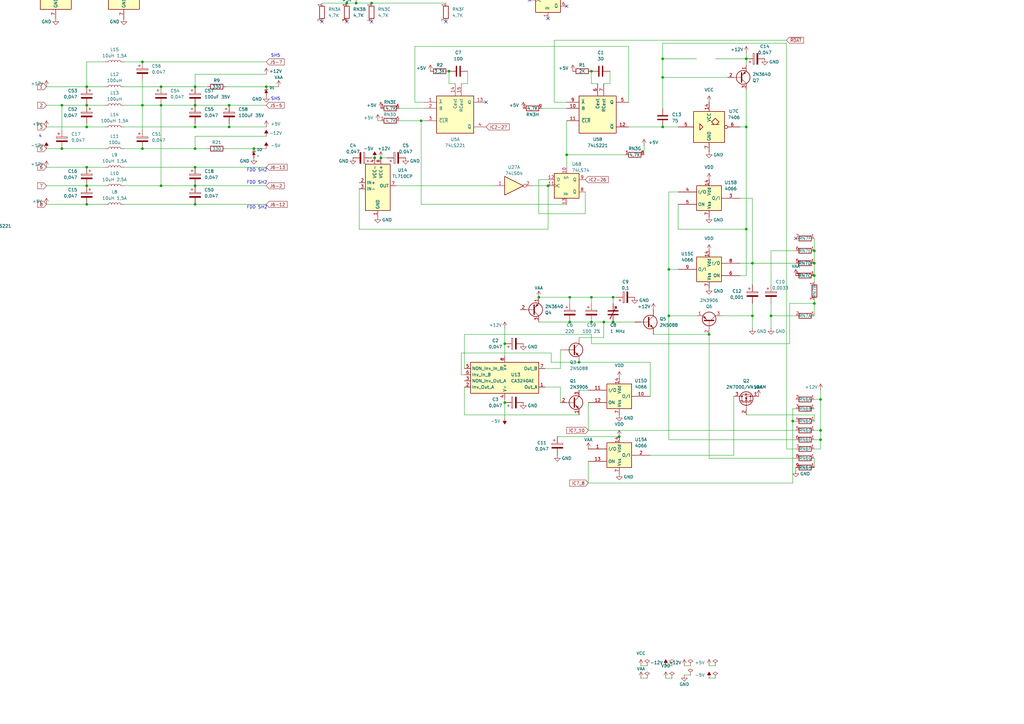
<source format=kicad_sch>
(kicad_sch (version 20250114) (generator "eeschema") (generator_version "9.0")
  (paper "A3")
  (title_block (title "C10-040-0115") (date "10/12/1982") (rev "5") (company "Cromemco") (comment 1 "Sheet 1"))
  (lib_symbols
    (symbol "4xxx_IEEE:4066"
      (property "Reference" "U" (at 2.54 5.08 0))
      (property "Value" "4066" (at 5.08 -5.08 0))
      (symbol "4066_0_1"
        (pin power_in line (at 0 7.62 270) (length 2.54) (name "Vdd") (number "14"))
        (pin power_in line (at 0 -7.62 90) (length 2.54) (name "Vss") (number "7"))
      )
      (symbol "4066_1_1"
        (pin passive line (at -12.7 2.54 0) (length 7.62) (name "I/O") (number "1"))
        (pin input line (at -12.7 -2.54 0) (length 7.62) (name "ON") (number "13"))
        (pin passive line (at 12.7 0 180) (length 7.62) (name "O/I") (number "2"))
      )
      (symbol "4066_2_1"
        (pin passive line (at -12.7 2.54 0) (length 7.62) (name "I/O") (number "4"))
        (pin input line (at -12.7 -2.54 0) (length 7.62) (name "ON") (number "5"))
        (pin passive line (at 12.7 0 180) (length 7.62) (name "O/I") (number "3"))
      )
      (symbol "4066_3_1"
        (pin passive line (at -12.7 2.54 0) (length 7.62) (name "I/O") (number "8"))
        (pin input line (at -12.7 -2.54 0) (length 7.62) (name "ON") (number "6"))
        (pin passive line (at 12.7 0 180) (length 7.62) (name "O/I") (number "9"))
      )
      (symbol "4066_4_1"
        (pin passive line (at -12.7 2.54 0) (length 7.62) (name "I/O") (number "11"))
        (pin input line (at -12.7 -2.54 0) (length 7.62) (name "ON") (number "12"))
        (pin passive line (at 12.7 0 180) (length 7.62) (name "O/I") (number "10"))
      )
    )
    (symbol "74xx:74LS04"
      (property "Reference" "U" (at 0 1.27 0))
      (property "Value" "74LS04" (at 0 -1.27 0))
      (symbol "74LS04_1_0"
        (pin input line (at -7.62 0 0) (length 3.81) (name "~") (number "1"))
        (pin output inverted (at 7.62 0 180) (length 3.81) (name "~") (number "2"))
      )
      (symbol "74LS04_2_0"
        (pin input line (at -7.62 0 0) (length 3.81) (name "~") (number "3"))
        (pin output inverted (at 7.62 0 180) (length 3.81) (name "~") (number "4"))
      )
      (symbol "74LS04_3_0"
        (pin input line (at -7.62 0 0) (length 3.81) (name "~") (number "5"))
        (pin output inverted (at 7.62 0 180) (length 3.81) (name "~") (number "6"))
      )
      (symbol "74LS04_4_0"
        (pin input line (at -7.62 0 0) (length 3.81) (name "~") (number "9"))
        (pin output inverted (at 7.62 0 180) (length 3.81) (name "~") (number "8"))
      )
      (symbol "74LS04_5_0"
        (pin input line (at -7.62 0 0) (length 3.81) (name "~") (number "11"))
        (pin output inverted (at 7.62 0 180) (length 3.81) (name "~") (number "10"))
      )
      (symbol "74LS04_6_0"
        (pin input line (at -7.62 0 0) (length 3.81) (name "~") (number "13"))
        (pin output inverted (at 7.62 0 180) (length 3.81) (name "~") (number "12"))
      )
      (symbol "74LS04_7_0"
        (pin power_in line (at 0 12.7 270) (length 5.08) (name "VCC") (number "14"))
        (pin power_in line (at 0 -12.7 90) (length 5.08) (name "GND") (number "7"))
      )
    )
    (symbol "74xx:74LS221" (pin_names (offset 1.016))
      (property "Reference" "U" (at -7.62 8.89 0))
      (property "Value" "74LS221" (at -7.62 -8.89 0))
      (symbol "74LS221_1_0"
        (pin input line (at -12.7 5.08 0) (length 5.08) (name "~{A}") (number "1"))
        (pin input line (at -12.7 2.54 0) (length 5.08) (name "B") (number "2"))
        (pin input line (at -12.7 -2.54 0) (length 5.08) (name "~{CLR}") (number "3"))
        (pin input line (at 0 12.7 270) (length 5.08) (name "Cext") (number "14"))
        (pin input line (at 2.54 12.7 270) (length 5.08) (name "RCext") (number "15"))
        (pin output line (at 12.7 5.08 180) (length 5.08) (name "Q") (number "13"))
        (pin output line (at 12.7 -5.08 180) (length 5.08) (name "~{Q}") (number "4"))
      )
      (symbol "74LS221_2_0"
        (pin input line (at -12.7 5.08 0) (length 5.08) (name "~{A}") (number "9"))
        (pin input line (at -12.7 2.54 0) (length 5.08) (name "B") (number "10"))
        (pin input line (at -12.7 -2.54 0) (length 5.08) (name "~{CLR}") (number "11"))
        (pin input line (at 0 12.7 270) (length 5.08) (name "Cext") (number "6"))
        (pin input line (at 2.54 12.7 270) (length 5.08) (name "RCext") (number "7"))
        (pin output line (at 12.7 5.08 180) (length 5.08) (name "Q") (number "5"))
        (pin output line (at 12.7 -5.08 180) (length 5.08) (name "~{Q}") (number "12"))
      )
      (symbol "74LS221_3_0"
        (pin power_in line (at 0 12.7 270) (length 5.08) (name "VCC") (number "16"))
        (pin power_in line (at 0 -12.7 90) (length 5.08) (name "GND") (number "8"))
      )
    )
    (symbol "74xx:74LS74" (pin_names (offset 1.016))
      (property "Reference" "U" (at -7.62 8.89 0))
      (property "Value" "74LS74" (at -7.62 -8.89 0))
      (symbol "74LS74_1_0"
        (pin input line (at -7.62 2.54 0) (length 2.54) (name "D") (number "2"))
        (pin input clock (at -7.62 0 0) (length 2.54) (name "C") (number "3"))
        (pin input line (at 0 7.62 270) (length 2.54) (name "~{S}") (number "4"))
        (pin input line (at 0 -7.62 90) (length 2.54) (name "~{R}") (number "1"))
        (pin output line (at 7.62 2.54 180) (length 2.54) (name "Q") (number "5"))
        (pin output line (at 7.62 -2.54 180) (length 2.54) (name "~{Q}") (number "6"))
      )
      (symbol "74LS74_2_0"
        (pin input line (at -7.62 2.54 0) (length 2.54) (name "D") (number "12"))
        (pin input clock (at -7.62 0 0) (length 2.54) (name "C") (number "11"))
        (pin input line (at 0 7.62 270) (length 2.54) (name "~{S}") (number "10"))
        (pin input line (at 0 -7.62 90) (length 2.54) (name "~{R}") (number "13"))
        (pin output line (at 7.62 2.54 180) (length 2.54) (name "Q") (number "9"))
        (pin output line (at 7.62 -2.54 180) (length 2.54) (name "~{Q}") (number "8"))
      )
      (symbol "74LS74_3_0"
        (pin power_in line (at 0 10.16 270) (length 2.54) (name "VCC") (number "14"))
        (pin power_in line (at 0 -10.16 90) (length 2.54) (name "GND") (number "7"))
      )
    )
    (symbol "74xx_IEEE:7406"
      (property "Reference" "U" (at 3.81 7.62 0))
      (property "Value" "7406" (at 6.35 -8.89 0))
      (symbol "7406_0_1"
        (pin power_in line (at 0 10.16 270) (length 3.81) (name "VCC") (number "14"))
        (pin power_in line (at 0 -10.16 90) (length 3.81) (name "GND") (number "7"))
      )
      (symbol "7406_1_1"
        (pin input line (at -12.7 0 0) (length 6.35) (name "~") (number "1"))
        (pin open_collector inverted (at 12.7 0 180) (length 6.35) (name "~") (number "2"))
      )
      (symbol "7406_2_1"
        (pin input line (at -12.7 0 0) (length 6.35) (name "~") (number "3"))
        (pin open_collector inverted (at 12.7 0 180) (length 6.35) (name "~") (number "4"))
      )
      (symbol "7406_3_1"
        (pin input line (at -12.7 0 0) (length 6.35) (name "~") (number "5"))
        (pin open_collector inverted (at 12.7 0 180) (length 6.35) (name "~") (number "6"))
      )
      (symbol "7406_4_1"
        (pin input line (at -12.7 0 0) (length 6.35) (name "~") (number "9"))
        (pin open_collector inverted (at 12.7 0 180) (length 6.35) (name "~") (number "8"))
      )
      (symbol "7406_5_1"
        (pin input line (at -12.7 0 0) (length 6.35) (name "~") (number "11"))
        (pin open_collector inverted (at 12.7 0 180) (length 6.35) (name "~") (number "10"))
      )
      (symbol "7406_6_1"
        (pin input line (at -12.7 0 0) (length 6.35) (name "~") (number "13"))
        (pin open_collector inverted (at 12.7 0 180) (length 6.35) (name "~") (number "12"))
      )
    )
    (symbol "Common_IC_Alessio:CA3240AE"
      (property "Reference" "U" (at 3.81 5.08 0))
      (property "Value" "CA3240AE" (at 3.81 2.54 0))
      (symbol "CA3240AE_1_1"
        (pin input line (at -16.51 -2.54 0) (length 2.54) (name "NON_Inv_In_B") (number "5"))
        (pin input line (at -16.51 -5.08 0) (length 2.54) (name "Inv_In_B") (number "6"))
        (pin input line (at -16.51 -7.62 0) (length 2.54) (name "NON_Inv_Out_A") (number "3"))
        (pin input line (at -16.51 -10.16 0) (length 2.54) (name "Inv_Out_A") (number "2"))
        (pin power_in line (at 0 2.54 270) (length 2.54) (name "V+") (number "8"))
        (pin power_in line (at 0 -15.24 90) (length 2.54) (name "V-") (number "4"))
        (pin output line (at 16.51 -2.54 180) (length 2.54) (name "Out_B") (number "7"))
        (pin output line (at 16.51 -10.16 180) (length 2.54) (name "Out_A") (number "1"))
      )
    )
    (symbol "Common_IC_Alessio:TL710CP"
      (property "Reference" "U" (at 3.81 5.08 0))
      (property "Value" "TL710CP" (at 3.81 2.54 0))
      (symbol "TL710CP_1_1"
        (pin input line (at -7.62 -7.62 0) (length 2.54) (name "IN+") (number "2"))
        (pin input line (at -7.62 -10.16 0) (length 2.54) (name "IN-") (number "3"))
        (pin power_in line (at -1.27 2.54 270) (length 2.54) (name "VCC-") (number "4"))
        (pin power_in line (at 0 -21.59 90) (length 2.54) (name "GND") (number "1"))
        (pin power_in line (at 1.27 2.54 270) (length 2.54) (name "VCC+") (number "8"))
        (pin output line (at 7.62 -8.89 180) (length 2.54) (name "OUT") (number "7"))
        (pin no_connect line (at 7.62 -11.43 180) (length 2.54) (hide yes) (name "NC") (number "6"))
        (pin no_connect line (at 7.62 -13.97 180) (length 2.54) (hide yes) (name "NC") (number "5"))
      )
    )
    (symbol "Device:C" (pin_numbers (hide yes)) (pin_names (offset 0.254))
      (property "Reference" "C" (at 0.635 2.54 0))
      (property "Value" "C" (at 0.635 -2.54 0))
      (symbol "C_1_1"
        (pin passive line (at 0 3.81 270) (length 2.794) (name "~") (number "1"))
        (pin passive line (at 0 -3.81 90) (length 2.794) (name "~") (number "2"))
      )
    )
    (symbol "Device:C_Polarized" (pin_numbers (hide yes)) (pin_names (offset 0.254))
      (property "Reference" "C" (at 0.635 2.54 0))
      (property "Value" "C_Polarized" (at 0.635 -2.54 0))
      (symbol "C_Polarized_1_1"
        (pin passive line (at 0 3.81 270) (length 2.794) (name "~") (number "1"))
        (pin passive line (at 0 -3.81 90) (length 2.794) (name "~") (number "2"))
      )
    )
    (symbol "Device:C_Variable" (pin_numbers (hide yes)) (pin_names (offset 0.254) (hide yes))
      (property "Reference" "C" (at 0.635 -1.905 0))
      (property "Value" "C_Variable" (at 0.635 -3.81 0))
      (symbol "C_Variable_1_1"
        (pin passive line (at 0 3.81 270) (length 3.048) (name "~") (number "1"))
        (pin passive line (at 0 -3.81 90) (length 3.048) (name "~") (number "2"))
      )
    )
    (symbol "Device:L" (pin_numbers (hide yes)) (pin_names (offset 1.016) (hide yes))
      (property "Reference" "L" (at -1.27 0 90))
      (property "Value" "L" (at 1.905 0 90))
      (symbol "L_1_1"
        (pin passive line (at 0 3.81 270) (length 1.27) (name "1") (number "1"))
        (pin passive line (at 0 -3.81 90) (length 1.27) (name "2") (number "2"))
      )
    )
    (symbol "Device:Q_NPN" (pin_numbers (hide yes)) (pin_names (offset 0) (hide yes))
      (property "Reference" "Q" (at 5.08 1.27 0))
      (property "Value" "Q_NPN" (at 5.08 -1.27 0))
      (symbol "Q_NPN_1_1"
        (pin input line (at -5.08 0 0) (length 2.54) (name "B") (number "B"))
        (pin passive line (at 2.54 5.08 270) (length 2.54) (name "C") (number "C"))
        (pin passive line (at 2.54 -5.08 90) (length 2.54) (name "E") (number "E"))
      )
    )
    (symbol "Device:R" (pin_numbers (hide yes)) (pin_names (offset 0))
      (property "Reference" "R" (at 2.032 0 90))
      (property "Value" "R" (at 0 0 90))
      (symbol "R_1_1"
        (pin passive line (at 0 3.81 270) (length 1.27) (name "~") (number "1"))
        (pin passive line (at 0 -3.81 90) (length 1.27) (name "~") (number "2"))
      )
    )
    (symbol "Device:R_Network06_Split" (pin_names (offset 0) (hide yes))
      (property "Reference" "RN" (at 2.032 0 90))
      (property "Value" "R_Network06_Split" (at 0 0 90))
      (symbol "R_Network06_Split_0_1"
        (pin passive line (at 0 3.81 270) (length 1.27) (name "R1") (number "1"))
      )
      (symbol "R_Network06_Split_1_1"
        (pin passive line (at 0 -3.81 90) (length 1.27) (name "R1.2") (number "2"))
      )
      (symbol "R_Network06_Split_2_1"
        (pin passive line (at 0 -3.81 90) (length 1.27) (name "R2.2") (number "3"))
      )
      (symbol "R_Network06_Split_3_1"
        (pin passive line (at 0 -3.81 90) (length 1.27) (name "R3.2") (number "4"))
      )
      (symbol "R_Network06_Split_4_1"
        (pin passive line (at 0 -3.81 90) (length 1.27) (name "R4.2") (number "5"))
      )
      (symbol "R_Network06_Split_5_1"
        (pin passive line (at 0 -3.81 90) (length 1.27) (name "R5.2") (number "6"))
      )
      (symbol "R_Network06_Split_6_1"
        (pin passive line (at 0 -3.81 90) (length 1.27) (name "R6.2") (number "7"))
      )
    )
    (symbol "Device:R_Network08_Split" (pin_names (offset 0) (hide yes))
      (property "Reference" "RN" (at 2.032 0 90))
      (property "Value" "R_Network08_Split" (at 0 0 90))
      (symbol "R_Network08_Split_0_1"
        (pin passive line (at 0 3.81 270) (length 1.27) (name "R1") (number "1"))
      )
      (symbol "R_Network08_Split_1_1"
        (pin passive line (at 0 -3.81 90) (length 1.27) (name "R1.2") (number "2"))
      )
      (symbol "R_Network08_Split_2_1"
        (pin passive line (at 0 -3.81 90) (length 1.27) (name "R2.2") (number "3"))
      )
      (symbol "R_Network08_Split_3_1"
        (pin passive line (at 0 -3.81 90) (length 1.27) (name "R3.2") (number "4"))
      )
      (symbol "R_Network08_Split_4_1"
        (pin passive line (at 0 -3.81 90) (length 1.27) (name "R4.2") (number "5"))
      )
      (symbol "R_Network08_Split_5_1"
        (pin passive line (at 0 -3.81 90) (length 1.27) (name "R5.2") (number "6"))
      )
      (symbol "R_Network08_Split_6_1"
        (pin passive line (at 0 -3.81 90) (length 1.27) (name "R6.2") (number "7"))
      )
      (symbol "R_Network08_Split_7_1"
        (pin passive line (at 0 -3.81 90) (length 1.27) (name "R7.2") (number "8"))
      )
      (symbol "R_Network08_Split_8_1"
        (pin passive line (at 0 -3.81 90) (length 1.27) (name "R8.2") (number "9"))
      )
    )
    (symbol "Smisioto device:SCHOTTKY" (pin_numbers (hide yes)) (pin_names (offset 1.016) (hide yes))
      (property "Reference" "D" (at 0 2.54 0))
      (property "Value" "SCHOTTKY" (at 0 -2.54 0))
      (symbol "SCHOTTKY_1_1"
        (pin passive line (at -1.27 0 0) (length 1.27) (name "A") (number "1"))
        (pin passive line (at 2.54 0 180) (length 1.27) (name "K") (number "2"))
      )
    )
    (symbol "Transistor_BJT:2N3905" (pin_names (offset 0) (hide yes))
      (property "Reference" "Q" (at 5.08 1.905 0))
      (property "Value" "2N3905" (at 5.08 0 0))
      (symbol "2N3905_1_1"
        (pin input line (at -5.08 0 0) (length 2.54) (name "B") (number "2"))
        (pin passive line (at 2.54 5.08 270) (length 2.54) (name "C") (number "3"))
        (pin passive line (at 2.54 -5.08 90) (length 2.54) (name "E") (number "1"))
      )
    )
    (symbol "Transistor_BJT:2N3906" (pin_names (offset 0) (hide yes))
      (property "Reference" "Q" (at 5.08 1.905 0))
      (property "Value" "2N3906" (at 5.08 0 0))
      (symbol "2N3906_1_1"
        (pin input line (at -5.08 0 0) (length 2.54) (name "B") (number "2"))
        (pin passive line (at 2.54 5.08 270) (length 2.54) (name "C") (number "3"))
        (pin passive line (at 2.54 -5.08 90) (length 2.54) (name "E") (number "1"))
      )
    )
    (symbol "Transistor_FET:2N7000" (pin_names (hide yes))
      (property "Reference" "Q" (at 5.08 1.905 0))
      (property "Value" "2N7000" (at 5.08 0 0))
      (symbol "2N7000_1_1"
        (pin input line (at -5.08 0 0) (length 2.54) (name "G") (number "2"))
        (pin passive line (at 2.54 5.08 270) (length 2.54) (name "D") (number "3"))
        (pin passive line (at 2.54 -5.08 90) (length 2.54) (name "S") (number "1"))
      )
    )
    (symbol "power:+12V" (power) (pin_numbers (hide yes)) (pin_names (offset 0) (hide yes))
      (property "Value" "+12V" (at 0 3.556 0))
      (symbol "+12V_1_1"
        (pin power_in line (at 0 0 90) (length 0) (name "~") (number "1"))
      )
    )
    (symbol "power:+5V" (power) (pin_numbers (hide yes)) (pin_names (offset 0) (hide yes))
      (property "Value" "+5V" (at 0 3.556 0))
      (symbol "+5V_1_1"
        (pin power_in line (at 0 0 90) (length 0) (name "~") (number "1"))
      )
    )
    (symbol "power:-12V" (power) (pin_numbers (hide yes)) (pin_names (offset 0) (hide yes))
      (property "Value" "-12V" (at 0 3.556 0))
      (symbol "-12V_0_0"
        (pin power_in line (at 0 0 90) (length 0) (name "~") (number "1"))
      )
    )
    (symbol "power:-5V" (power) (pin_numbers (hide yes)) (pin_names (offset 0) (hide yes))
      (property "Value" "-5V" (at 0 3.556 0))
      (symbol "-5V_0_0"
        (pin power_in line (at 0 0 90) (length 0) (name "~") (number "1"))
      )
    )
    (symbol "power:GND" (power) (pin_numbers (hide yes)) (pin_names (offset 0) (hide yes))
      (property "Value" "GND" (at 0 -3.81 0))
      (symbol "GND_1_1"
        (pin power_in line (at 0 0 270) (length 0) (name "~") (number "1"))
      )
    )
    (symbol "power:PWR_FLAG" (power) (pin_numbers (hide yes)) (pin_names (offset 0) (hide yes))
      (property "Value" "PWR_FLAG" (at 0 3.81 0))
      (symbol "PWR_FLAG_0_0"
        (pin power_out line (at 0 0 90) (length 0) (name "~") (number "1"))
      )
    )
    (symbol "power:VAA" (power) (pin_numbers (hide yes)) (pin_names (offset 0) (hide yes))
      (property "Value" "VAA" (at 0 3.556 0))
      (symbol "VAA_1_1"
        (pin power_in line (at 0 0 90) (length 0) (name "~") (number "1"))
      )
    )
    (symbol "power:VCC" (power) (pin_numbers (hide yes)) (pin_names (offset 0) (hide yes))
      (property "Value" "VCC" (at 0 3.556 0))
      (symbol "VCC_1_1"
        (pin power_in line (at 0 0 90) (length 0) (name "~") (number "1"))
      )
    )
    (symbol "power:VDD" (power) (pin_numbers (hide yes)) (pin_names (offset 0) (hide yes))
      (property "Value" "VDD" (at 0 3.556 0))
      (symbol "VDD_1_1"
        (pin power_in line (at 0 0 90) (length 0) (name "~") (number "1"))
      )
    )
  )
  (text "FDD SH2" (at 105.41 74.93 0) (effects (font (size 1.27 1.27))))
  (text "FDD SH2" (at 105.41 69.85 0) (effects (font (size 1.27 1.27))))
  (text "SH5" (at 113.03 22.86 0) (effects (font (size 1.27 1.27))))
  (text "4" (at 16.51 55.88 0) (effects (font (size 1.27 1.27))))
  (text "SH5" (at 113.03 40.64 0) (effects (font (size 1.27 1.27))))
  (text "FDD SH2" (at 105.41 85.09 0) (effects (font (size 1.27 1.27))))
  (junction (at 325.12 172.72))
  (junction (at 58.42 43.18))
  (junction (at 66.04 35.56))
  (junction (at 274.32 110.49))
  (junction (at 152.4 1.27))
  (junction (at 308.61 129.54))
  (junction (at 242.57 132.08))
  (junction (at 334.01 113.03))
  (junction (at 274.32 129.54))
  (junction (at 156.21 64.77))
  (junction (at 80.01 52.07))
  (junction (at 35.56 68.58))
  (junction (at 35.56 43.18))
  (junction (at 25.4 60.96))
  (junction (at 220.98 121.92))
  (junction (at 80.01 76.2))
  (junction (at 104.14 60.96))
  (junction (at 290.83 137.16))
  (junction (at 334.01 124.46))
  (junction (at 35.56 83.82))
  (junction (at 334.01 107.95))
  (junction (at 207.01 165.1))
  (junction (at 153.67 64.77))
  (junction (at 80.01 35.56))
  (junction (at 271.78 24.13))
  (junction (at 109.22 35.56))
  (junction (at 254 179.07))
  (junction (at 80.01 68.58))
  (junction (at 58.42 60.96))
  (junction (at 35.56 76.2))
  (junction (at 80.01 83.82))
  (junction (at 80.01 43.18))
  (junction (at 306.07 52.07))
  (junction (at 336.55 163.83))
  (junction (at 271.78 52.07))
  (junction (at 58.42 25.4))
  (junction (at 308.61 107.95))
  (junction (at 232.41 63.5))
  (junction (at 207.01 140.97))
  (junction (at 306.07 93.98))
  (junction (at 242.57 121.92))
  (junction (at 66.04 76.2))
  (junction (at 93.98 43.18))
  (junction (at 334.01 102.87))
  (junction (at 66.04 43.18))
  (junction (at 251.46 121.92))
  (junction (at 233.68 121.92))
  (junction (at 146.05 1.27))
  (junction (at 247.65 132.08))
  (junction (at 35.56 35.56))
  (junction (at 316.23 129.54))
  (junction (at 251.46 132.08))
  (junction (at 35.56 52.07))
  (junction (at 336.55 176.53))
  (junction (at 271.78 31.75))
  (junction (at 237.49 148.59))
  (junction (at 336.55 180.34))
  (junction (at 233.68 132.08))
  (junction (at 142.24 1.27))
  (junction (at 242.57 29.21))
  (junction (at 172.72 49.53))
  (junction (at 184.15 29.21))
  (junction (at 80.01 60.96))
  (junction (at 93.98 52.07))
  (junction (at 306.07 24.13))
  (junction (at 224.79 76.2))
  (junction (at 25.4 43.18))
  (no_connect (at 199.39 41.91))
  (no_connect (at 31.75 -62.23))
  (no_connect (at 38.1 -31.75))
  (no_connect (at 326.39 97.79))
  (no_connect (at 35.56 -2.54))
  (no_connect (at 152.4 8.89))
  (no_connect (at 217.17 0))
  (no_connect (at 102.87 -62.23))
  (no_connect (at 49.53 -62.23))
  (no_connect (at 46.99 -62.23))
  (no_connect (at 85.09 -62.23))
  (no_connect (at 232.41 -2.54))
  (no_connect (at 217.17 -2.54))
  (no_connect (at 224.79 7.62))
  (no_connect (at 82.55 -62.23))
  (no_connect (at 10.16 -2.54))
  (no_connect (at 118.11 -62.23))
  (no_connect (at 66.04 -31.75))
  (no_connect (at 38.1 -2.54))
  (no_connect (at 132.08 8.89))
  (no_connect (at 63.5 -2.54))
  (no_connect (at 100.33 -62.23))
  (no_connect (at 224.79 -7.62))
  (no_connect (at 91.44 -31.75))
  (no_connect (at 67.31 -62.23))
  (no_connect (at 232.41 2.54))
  (no_connect (at 182.88 8.89))
  (no_connect (at 10.16 -31.75))
  (no_connect (at 64.77 -62.23))
  (no_connect (at 142.24 8.89))
  (wire (pts (xy 298.45 31.75) (xy 271.78 31.75)))
  (wire (pts (xy 50.8 60.96) (xy 58.42 60.96)))
  (wire (pts (xy 35.56 68.58) (xy 43.18 68.58)))
  (wire (pts (xy 273.05 273.05) (xy 275.59 273.05)))
  (wire (pts (xy 303.53 113.03) (xy 306.07 113.03)))
  (wire (pts (xy 109.22 30.48) (xy 80.01 30.48)))
  (wire (pts (xy 257.81 19.05) (xy 170.18 19.05)))
  (wire (pts (xy 58.42 43.18) (xy 58.42 53.34)))
  (wire (pts (xy 66.04 43.18) (xy 66.04 76.2)))
  (wire (pts (xy 308.61 81.28) (xy 308.61 107.95)))
  (wire (pts (xy 232.41 49.53) (xy 232.41 63.5)))
  (wire (pts (xy 237.49 138.43) (xy 247.65 138.43)))
  (wire (pts (xy 336.55 160.02) (xy 336.55 163.83)))
  (wire (pts (xy 278.13 83.82) (xy 278.13 93.98)))
  (wire (pts (xy 274.32 78.74) (xy 278.13 78.74)))
  (wire (pts (xy 326.39 102.87) (xy 316.23 102.87)))
  (wire (pts (xy 241.3 198.12) (xy 241.3 189.23)))
  (wire (pts (xy 35.56 76.2) (xy 43.18 76.2)))
  (wire (pts (xy 303.53 107.95) (xy 308.61 107.95)))
  (wire (pts (xy 147.32 77.47) (xy 147.32 93.98)))
  (wire (pts (xy 80.01 35.56) (xy 85.09 35.56)))
  (wire (pts (xy 334.01 102.87) (xy 334.01 107.95)))
  (wire (pts (xy 290.83 273.05) (xy 293.37 273.05)))
  (wire (pts (xy 80.01 76.2) (xy 109.22 76.2)))
  (wire (pts (xy 58.42 43.18) (xy 66.04 43.18)))
  (wire (pts (xy 280.67 276.86) (xy 283.21 276.86)))
  (wire (pts (xy 66.04 76.2) (xy 80.01 76.2)))
  (wire (pts (xy 264.16 59.69) (xy 264.16 63.5)))
  (wire (pts (xy 334.01 184.15) (xy 336.55 184.15)))
  (wire (pts (xy 207.01 140.97) (xy 207.01 146.05)))
  (wire (pts (xy 158.75 64.77) (xy 156.21 64.77)))
  (wire (pts (xy 247.65 138.43) (xy 247.65 132.08)))
  (wire (pts (xy 227.33 16.51) (xy 227.33 41.91)))
  (wire (pts (xy 323.85 124.46) (xy 323.85 140.97)))
  (wire (pts (xy 220.98 87.63) (xy 240.03 87.63)))
  (wire (pts (xy 93.98 52.07) (xy 109.22 52.07)))
  (wire (pts (xy 285.75 24.13) (xy 271.78 24.13)))
  (wire (pts (xy 242.57 121.92) (xy 251.46 121.92)))
  (wire (pts (xy 190.5 170.18) (xy 190.5 158.75)))
  (wire (pts (xy 237.49 148.59) (xy 266.7 148.59)))
  (wire (pts (xy 274.32 180.34) (xy 274.32 129.54)))
  (wire (pts (xy 220.98 73.66) (xy 220.98 87.63)))
  (wire (pts (xy 19.05 52.07) (xy 35.56 52.07)))
  (wire (pts (xy 336.55 180.34) (xy 336.55 176.53)))
  (wire (pts (xy 242.57 140.97) (xy 323.85 140.97)))
  (wire (pts (xy 275.59 278.13) (xy 273.05 278.13)))
  (wire (pts (xy 278.13 52.07) (xy 271.78 52.07)))
  (wire (pts (xy 336.55 163.83) (xy 334.01 163.83)))
  (wire (pts (xy 80.01 30.48) (xy 80.01 35.56)))
  (wire (pts (xy 104.14 60.96) (xy 109.22 60.96)))
  (wire (pts (xy 271.78 31.75) (xy 271.78 44.45)))
  (wire (pts (xy 280.67 273.05) (xy 283.21 273.05)))
  (wire (pts (xy 306.07 24.13) (xy 306.07 26.67)))
  (wire (pts (xy 334.01 124.46) (xy 323.85 124.46)))
  (wire (pts (xy 242.57 137.16) (xy 190.5 137.16)))
  (wire (pts (xy 207.01 165.1) (xy 207.01 163.83)))
  (wire (pts (xy 66.04 35.56) (xy 80.01 35.56)))
  (wire (pts (xy 274.32 129.54) (xy 274.32 110.49)))
  (wire (pts (xy 93.98 52.07) (xy 93.98 50.8)))
  (wire (pts (xy 241.3 198.12) (xy 325.12 198.12)))
  (wire (pts (xy 172.72 49.53) (xy 173.99 49.53)))
  (wire (pts (xy 58.42 25.4) (xy 109.22 25.4)))
  (wire (pts (xy 207.01 134.62) (xy 207.01 140.97)))
  (wire (pts (xy 172.72 49.53) (xy 172.72 83.82)))
  (wire (pts (xy 247.65 132.08) (xy 251.46 132.08)))
  (wire (pts (xy 271.78 24.13) (xy 271.78 31.75)))
  (wire (pts (xy 325.12 167.64) (xy 325.12 172.72)))
  (wire (pts (xy 326.39 180.34) (xy 274.32 180.34)))
  (wire (pts (xy 109.22 35.56) (xy 114.3 35.56)))
  (wire (pts (xy 306.07 52.07) (xy 306.07 93.98)))
  (wire (pts (xy 58.42 60.96) (xy 80.01 60.96)))
  (wire (pts (xy 265.43 278.13) (xy 262.89 278.13)))
  (wire (pts (xy 50.8 76.2) (xy 66.04 76.2)))
  (wire (pts (xy 290.83 137.16) (xy 290.83 187.96)))
  (wire (pts (xy 316.23 129.54) (xy 326.39 129.54)))
  (wire (pts (xy 334.01 124.46) (xy 334.01 129.54)))
  (wire (pts (xy 35.56 43.18) (xy 43.18 43.18)))
  (wire (pts (xy 170.18 19.05) (xy 170.18 41.91)))
  (wire (pts (xy 295.91 129.54) (xy 308.61 129.54)))
  (wire (pts (xy 325.12 172.72) (xy 326.39 172.72)))
  (wire (pts (xy 35.56 25.4) (xy 35.56 35.56)))
  (wire (pts (xy 19.05 68.58) (xy 35.56 68.58)))
  (wire (pts (xy 237.49 170.18) (xy 190.5 170.18)))
  (wire (pts (xy 293.37 24.13) (xy 306.07 24.13)))
  (wire (pts (xy 19.05 35.56) (xy 35.56 35.56)))
  (wire (pts (xy 35.56 83.82) (xy 43.18 83.82)))
  (wire (pts (xy 334.01 176.53) (xy 336.55 176.53)))
  (wire (pts (xy 163.83 49.53) (xy 172.72 49.53)))
  (wire (pts (xy 229.87 158.75) (xy 223.52 158.75)))
  (wire (pts (xy 189.23 144.78) (xy 226.06 144.78)))
  (wire (pts (xy 316.23 124.46) (xy 316.23 129.54)))
  (wire (pts (xy 35.56 52.07) (xy 43.18 52.07)))
  (wire (pts (xy 226.06 144.78) (xy 226.06 148.59)))
  (wire (pts (xy 278.13 110.49) (xy 274.32 110.49)))
  (wire (pts (xy 241.3 165.1) (xy 241.3 176.53)))
  (wire (pts (xy 170.18 41.91) (xy 173.99 41.91)))
  (wire (pts (xy 306.07 52.07) (xy 306.07 36.83)))
  (wire (pts (xy 207.01 171.45) (xy 207.01 165.1)))
  (wire (pts (xy 285.75 129.54) (xy 274.32 129.54)))
  (wire (pts (xy 233.68 121.92) (xy 242.57 121.92)))
  (wire (pts (xy 50.8 52.07) (xy 80.01 52.07)))
  (wire (pts (xy 172.72 83.82) (xy 232.41 83.82)))
  (wire (pts (xy 66.04 43.18) (xy 80.01 43.18)))
  (wire (pts (xy 229.87 165.1) (xy 229.87 158.75)))
  (wire (pts (xy 152.4 1.27) (xy 182.88 1.27)))
  (wire (pts (xy 245.11 34.29) (xy 242.57 34.29)))
  (wire (pts (xy 226.06 148.59) (xy 237.49 148.59)))
  (wire (pts (xy 322.58 16.51) (xy 227.33 16.51)))
  (wire (pts (xy 237.49 160.02) (xy 241.3 160.02)))
  (wire (pts (xy 306.07 170.18) (xy 334.01 170.18)))
  (wire (pts (xy 251.46 121.92) (xy 251.46 124.46)))
  (wire (pts (xy 186.69 34.29) (xy 184.15 34.29)))
  (wire (pts (xy 154.94 49.53) (xy 156.21 49.53)))
  (wire (pts (xy 218.44 76.2) (xy 224.79 76.2)))
  (wire (pts (xy 306.07 21.59) (xy 306.07 24.13)))
  (wire (pts (xy 50.8 25.4) (xy 58.42 25.4)))
  (wire (pts (xy 334.01 107.95) (xy 334.01 113.03)))
  (wire (pts (xy 290.83 278.13) (xy 293.37 278.13)))
  (wire (pts (xy 190.5 153.67) (xy 189.23 153.67)))
  (wire (pts (xy 80.01 68.58) (xy 109.22 68.58)))
  (wire (pts (xy 132.08 1.27) (xy 142.24 1.27)))
  (wire (pts (xy 80.01 60.96) (xy 85.09 60.96)))
  (wire (pts (xy 334.01 187.96) (xy 334.01 191.77)))
  (wire (pts (xy 242.57 34.29) (xy 242.57 29.21)))
  (wire (pts (xy 80.01 60.96) (xy 80.01 55.88)))
  (wire (pts (xy 336.55 184.15) (xy 336.55 180.34)))
  (wire (pts (xy 224.79 73.66) (xy 220.98 73.66)))
  (wire (pts (xy 308.61 129.54) (xy 308.61 124.46)))
  (wire (pts (xy 229.87 151.13) (xy 223.52 151.13)))
  (wire (pts (xy 80.01 52.07) (xy 93.98 52.07)))
  (wire (pts (xy 189.23 34.29) (xy 191.77 34.29)))
  (wire (pts (xy 290.83 187.96) (xy 326.39 187.96)))
  (wire (pts (xy 326.39 193.04) (xy 326.39 191.77)))
  (wire (pts (xy 233.68 132.08) (xy 242.57 132.08)))
  (wire (pts (xy 220.98 132.08) (xy 233.68 132.08)))
  (wire (pts (xy 228.6 179.07) (xy 254 179.07)))
  (wire (pts (xy 35.56 35.56) (xy 43.18 35.56)))
  (wire (pts (xy 308.61 134.62) (xy 308.61 129.54)))
  (wire (pts (xy 220.98 121.92) (xy 233.68 121.92)))
  (wire (pts (xy 93.98 43.18) (xy 109.22 43.18)))
  (wire (pts (xy 251.46 132.08) (xy 260.35 132.08)))
  (wire (pts (xy 142.24 1.27) (xy 146.05 1.27)))
  (wire (pts (xy 147.32 93.98) (xy 224.79 93.98)))
  (wire (pts (xy 325.12 167.64) (xy 326.39 167.64)))
  (wire (pts (xy 229.87 143.51) (xy 229.87 151.13)))
  (wire (pts (xy 43.18 25.4) (xy 35.56 25.4)))
  (wire (pts (xy 25.4 43.18) (xy 35.56 43.18)))
  (wire (pts (xy 316.23 102.87) (xy 316.23 116.84)))
  (wire (pts (xy 271.78 24.13) (xy 271.78 17.78)))
  (wire (pts (xy 257.81 52.07) (xy 271.78 52.07)))
  (wire (pts (xy 322.58 184.15) (xy 326.39 184.15)))
  (wire (pts (xy 334.01 97.79) (xy 334.01 102.87)))
  (wire (pts (xy 325.12 172.72) (xy 325.12 198.12)))
  (wire (pts (xy 326.39 176.53) (xy 241.3 176.53)))
  (wire (pts (xy 247.65 34.29) (xy 250.19 34.29)))
  (wire (pts (xy 189.23 153.67) (xy 189.23 144.78)))
  (wire (pts (xy 242.57 140.97) (xy 242.57 137.16)))
  (wire (pts (xy 58.42 33.02) (xy 58.42 43.18)))
  (wire (pts (xy 50.8 43.18) (xy 58.42 43.18)))
  (wire (pts (xy 308.61 81.28) (xy 303.53 81.28)))
  (wire (pts (xy 19.05 43.18) (xy 25.4 43.18)))
  (wire (pts (xy 227.33 41.91) (xy 232.41 41.91)))
  (wire (pts (xy 240.03 87.63) (xy 240.03 78.74)))
  (wire (pts (xy 191.77 34.29) (xy 191.77 29.21)))
  (wire (pts (xy 25.4 60.96) (xy 43.18 60.96)))
  (wire (pts (xy 250.19 34.29) (xy 250.19 29.21)))
  (wire (pts (xy 50.8 83.82) (xy 80.01 83.82)))
  (wire (pts (xy 80.01 43.18) (xy 93.98 43.18)))
  (wire (pts (xy 265.43 273.05) (xy 262.89 273.05)))
  (wire (pts (xy 35.56 50.8) (xy 35.56 52.07)))
  (wire (pts (xy 271.78 17.78) (xy 322.58 17.78)))
  (wire (pts (xy 266.7 186.69) (xy 300.99 186.69)))
  (wire (pts (xy 232.41 63.5) (xy 232.41 68.58)))
  (wire (pts (xy 190.5 137.16) (xy 190.5 151.13)))
  (wire (pts (xy 316.23 134.62) (xy 316.23 129.54)))
  (wire (pts (xy 303.53 52.07) (xy 306.07 52.07)))
  (wire (pts (xy 334.01 123.19) (xy 334.01 124.46)))
  (wire (pts (xy 278.13 93.98) (xy 306.07 93.98)))
  (wire (pts (xy 146.05 1.27) (xy 152.4 1.27)))
  (wire (pts (xy 50.8 35.56) (xy 66.04 35.56)))
  (wire (pts (xy 19.05 60.96) (xy 25.4 60.96)))
  (wire (pts (xy 257.81 41.91) (xy 257.81 19.05)))
  (wire (pts (xy 300.99 162.56) (xy 300.99 186.69)))
  (wire (pts (xy 334.01 180.34) (xy 336.55 180.34)))
  (wire (pts (xy 152.4 64.77) (xy 153.67 64.77)))
  (wire (pts (xy 184.15 34.29) (xy 184.15 29.21)))
  (wire (pts (xy 80.01 55.88) (xy 109.22 55.88)))
  (wire (pts (xy 19.05 76.2) (xy 35.56 76.2)))
  (wire (pts (xy 92.71 35.56) (xy 109.22 35.56)))
  (wire (pts (xy 80.01 83.82) (xy 109.22 83.82)))
  (wire (pts (xy 162.56 76.2) (xy 203.2 76.2)))
  (wire (pts (xy 25.4 43.18) (xy 25.4 53.34)))
  (wire (pts (xy 80.01 52.07) (xy 80.01 50.8)))
  (wire (pts (xy 92.71 60.96) (xy 104.14 60.96)))
  (wire (pts (xy 224.79 93.98) (xy 224.79 76.2)))
  (wire (pts (xy 50.8 68.58) (xy 80.01 68.58)))
  (wire (pts (xy 242.57 124.46) (xy 242.57 121.92)))
  (wire (pts (xy 308.61 107.95) (xy 326.39 107.95)))
  (wire (pts (xy 233.68 121.92) (xy 233.68 124.46)))
  (wire (pts (xy 242.57 132.08) (xy 247.65 132.08)))
  (wire (pts (xy 274.32 110.49) (xy 274.32 78.74)))
  (wire (pts (xy 267.97 137.16) (xy 290.83 137.16)))
  (wire (pts (xy 308.61 107.95) (xy 308.61 116.84)))
  (wire (pts (xy 334.01 170.18) (xy 334.01 172.72)))
  (wire (pts (xy 306.07 113.03) (xy 306.07 93.98)))
  (wire (pts (xy 232.41 63.5) (xy 256.54 63.5)))
  (wire (pts (xy 222.25 44.45) (xy 232.41 44.45)))
  (wire (pts (xy 322.58 17.78) (xy 322.58 184.15)))
  (wire (pts (xy 336.55 163.83) (xy 336.55 176.53)))
  (wire (pts (xy 19.05 83.82) (xy 35.56 83.82)))
  (wire (pts (xy 334.01 113.03) (xy 334.01 115.57)))
  (wire (pts (xy 163.83 44.45) (xy 173.99 44.45)))
  (wire (pts (xy 266.7 148.59) (xy 266.7 162.56)))
  (wire (pts (xy 251.46 121.92) (xy 252.73 121.92)))
  (global_label "IC7_10" (shape input) (at 241.3 176.53 180) (property "Intersheetrefs" "${INTERSHEET_REFS}" (effects (hide yes))))
  (global_label "J6-2" (shape input) (at 109.22 76.2 0) (property "Intersheetrefs" "${INTERSHEET_REFS}" (effects (hide yes))))
  (global_label "6" (shape input) (at 19.05 68.58 180) (property "Intersheetrefs" "${INTERSHEET_REFS}" (effects (hide yes))))
  (global_label "J6-13" (shape input) (at 109.22 68.58 0) (property "Intersheetrefs" "${INTERSHEET_REFS}" (effects (hide yes))))
  (global_label "IC7_10" (shape input) (at 63.5 -31.75 0) (property "Intersheetrefs" "${INTERSHEET_REFS}" (effects (hide yes))))
  (global_label "IC2-26" (shape input) (at 240.03 73.66 0) (property "Intersheetrefs" "${INTERSHEET_REFS}" (effects (hide yes))))
  (global_label "2" (shape input) (at 19.05 43.18 180) (property "Intersheetrefs" "${INTERSHEET_REFS}" (effects (hide yes))))
  (global_label "7" (shape input) (at 19.05 76.2 180) (property "Intersheetrefs" "${INTERSHEET_REFS}" (effects (hide yes))))
  (global_label "J6-12" (shape input) (at 109.22 83.82 0) (property "Intersheetrefs" "${INTERSHEET_REFS}" (effects (hide yes))))
  (global_label "IC7_8" (shape input) (at 241.3 198.12 180) (property "Intersheetrefs" "${INTERSHEET_REFS}" (effects (hide yes))))
  (global_label "J5-7" (shape input) (at 109.22 25.4 0) (property "Intersheetrefs" "${INTERSHEET_REFS}" (effects (hide yes))))
  (global_label "IC2-27" (shape input) (at 199.39 52.07 0) (property "Intersheetrefs" "${INTERSHEET_REFS}" (effects (hide yes))))
  (global_label "5" (shape input) (at 19.05 60.96 180) (property "Intersheetrefs" "${INTERSHEET_REFS}" (effects (hide yes))))
  (global_label "3" (shape input) (at 19.05 52.07 180) (property "Intersheetrefs" "${INTERSHEET_REFS}" (effects (hide yes))))
  (global_label "8" (shape input) (at 19.05 83.82 180) (property "Intersheetrefs" "${INTERSHEET_REFS}" (effects (hide yes))))
  (global_label "1" (shape input) (at 19.05 35.56 180) (property "Intersheetrefs" "${INTERSHEET_REFS}" (effects (hide yes))))
  (global_label "~{RDAT}" (shape input) (at 322.58 16.51 0) (property "Intersheetrefs" "${INTERSHEET_REFS}" (effects (hide yes))))
  (global_label "IC7_8" (shape input) (at 35.56 -31.75 0) (property "Intersheetrefs" "${INTERSHEET_REFS}" (effects (hide yes))))
  (global_label "J5-5" (shape input) (at 109.22 43.18 0) (property "Intersheetrefs" "${INTERSHEET_REFS}" (effects (hide yes))))
  (symbol (lib_id "Device:R") (at 88.9 60.96 90) (unit 1)
    (property "Reference" "R21" (at 88.9 58.42 90))
    (property "Value" "330" (at 88.9 60.96 90))
    (property "Description" "Resistor" (effects (hide yes)))
  )
  (symbol (lib_id "power:GND") (at 260.35 121.92 0) (unit 1)
    (property "Reference" "#PWR037" (effects (hide yes)))
    (property "Value" "GND" (at 264.16 123.19 0))
    (property "Description" "Power symbol creates a global label with name \"GND\" , ground" (effects (hide yes)))
  )
  (symbol (lib_id "power:+5V") (at -30.48 81.28 0) (unit 1)
    (property "Reference" "#PWR028" (effects (hide yes)))
    (property "Value" "+5V" (at -26.67 80.01 0))
    (property "Description" "Power symbol creates a global label with name \"+5V\"" (effects (hide yes)))
  )
  (symbol (lib_id "4xxx_IEEE:4066") (at 254 162.56 0) (unit 4)
    (property "Reference" "U15" (at 262.89 156.1398 0))
    (property "Value" "4066" (at 262.89 158.6798 0))
  )
  (symbol (lib_id "Device:R_Network08_Split") (at 260.35 63.5 90) (unit 7)
    (property "Reference" "RN3" (at 260.35 60.96 90))
    (property "Value" "4,7K" (at 260.35 63.5 90))
    (property "Footprint" "Resistor_THT:R_Array_SIP9" (effects (hide yes)))
    (property "Datasheet" "http://www.vishay.com/docs/31509/csc.pdf" (effects (hide yes)))
    (property "Description" "8 resistor network, star topology, bussed resistors, split" (effects (hide yes)))
  )
  (symbol (lib_id "Device:R_Network06_Split") (at 330.2 113.03 270) (unit 3)
    (property "Reference" "RN7" (at 332.74 113.03 90) (effects (justify right)))
    (property "Value" "7,68K" (effects (hide yes)))
    (property "Footprint" "Resistor_THT:R_Array_SIP7" (effects (hide yes)))
    (property "Datasheet" "http://www.vishay.com/docs/31509/csc.pdf" (effects (hide yes)))
    (property "Description" "6 resistor network, star topology, bussed resistors, split" (effects (hide yes)))
  )
  (symbol (lib_id "power:+5V") (at 214.63 44.45 0) (mirror y) (unit 1)
    (property "Reference" "#PWR026" (effects (hide yes)))
    (property "Value" "+5V" (at 210.82 43.18 0))
    (property "Description" "Power symbol creates a global label with name \"+5V\"" (effects (hide yes)))
  )
  (symbol (lib_id "Device:C_Variable") (at 251.46 128.27 0) (unit 1)
    (property "Reference" "C8" (at 250.19 133.35 0) (effects (justify left)))
    (property "Value" "1 MHz" (at 250.19 135.8901 0) (effects (justify left)))
    (property "Description" "Variable capacitor" (effects (hide yes)))
  )
  (symbol (lib_id "Device:R_Network06_Split") (at 330.2 102.87 270) (unit 5)
    (property "Reference" "RN7" (at 332.74 102.87 90) (effects (justify right)))
    (property "Value" "7,68K" (effects (hide yes)))
    (property "Footprint" "Resistor_THT:R_Array_SIP7" (effects (hide yes)))
    (property "Datasheet" "http://www.vishay.com/docs/31509/csc.pdf" (effects (hide yes)))
    (property "Description" "6 resistor network, star topology, bussed resistors, split" (effects (hide yes)))
  )
  (symbol (lib_id "Common_IC_Alessio:CA3240AE") (at 207.01 148.59 0) (unit 1)
    (property "Reference" "U13" (at 209.55 153.67 0) (effects (justify left)))
    (property "Value" "CA3240AE" (at 209.55 156.21 0) (effects (justify left)))
    (property "Footprint" "Package_DIP:DIP-8_W7.62mm" (effects (hide yes)))
    (property "Datasheet" "https://www.alldatasheet.com/datasheet-pdf/pdf/1051752/RENESAS/CA3240AE.html" (effects (hide yes)))
    (property "Description" "Dual, 4.5MHz, BiMOS Operational Amplifier with MOSFET Input/Bipolar Output" (effects (hide yes)))
    (property "Height" "1.12" (effects (hide yes)))
    (property "Manufacturer_Name" "Vishay" (effects (hide yes)))
    (property "Manufacturer_Part_Number" "SI7852DP-T1-E3" (effects (hide yes)))
    (property "Mouser Part Number" "781-SI7852DP-E3" (effects (hide yes)))
    (property "Mouser Price/Stock" "https://www.mouser.co.uk/ProductDetail/Vishay-Semiconductors/SI7852DP-T1-E3?qs=jcx%252B0HVgj2ZImmWYToGtSA%3D%3D" (effects (hide yes)))
    (property "Arrow Part Number" "SI7852DP-T1-E3" (effects (hide yes)))
    (property "Arrow Price/Stock" "https://www.arrow.com/en/products/si7852dp-t1-e3/vishay?region=nac" (effects (hide yes)))
  )
  (symbol (lib_id "74xx_IEEE:7406") (at 22.86 -31.75 0) (unit 4)
    (property "Reference" "U7" (at 33.02 -38.1702 0))
    (property "Value" "7406" (at 33.02 -35.6302 0))
  )
  (symbol (lib_id "74xx:74LS04") (at 210.82 76.2 0) (unit 1)
    (property "Reference" "U27" (at 210.82 68.58 0))
    (property "Value" "74LS04" (at 210.82 71.12 0))
    (property "Datasheet" "http://www.ti.com/lit/gpn/sn74LS04" (effects (hide yes)))
    (property "Description" "Hex Inverter" (effects (hide yes)))
  )
  (symbol (lib_id "power:PWR_FLAG") (at 275.59 273.05 0) (unit 1)
    (property "Reference" "#FLG05" (effects (hide yes)))
    (property "Description" "Special symbol for telling ERC where power comes from" (effects (hide yes)))
  )
  (symbol (lib_id "power:-12V") (at 19.05 60.96 0) (mirror y) (unit 1)
    (property "Reference" "#PWR013" (effects (hide yes)))
    (property "Value" "-12V" (at 15.24 59.69 0))
    (property "Description" "Power symbol creates a global label with name \"-12V\"" (effects (hide yes)))
  )
  (symbol (lib_id "power:+5V") (at 19.05 52.07 0) (mirror y) (unit 1)
    (property "Reference" "#PWR012" (effects (hide yes)))
    (property "Value" "+5V" (at 15.24 50.8 0))
    (property "Description" "Power symbol creates a global label with name \"+5V\"" (effects (hide yes)))
  )
  (symbol (lib_id "power:GND") (at 316.23 134.62 0) (unit 1)
    (property "Reference" "#PWR038" (effects (hide yes)))
    (property "Value" "GND" (at 320.04 135.89 0))
    (property "Description" "Power symbol creates a global label with name \"GND\" , ground" (effects (hide yes)))
  )
  (symbol (lib_id "Device:R_Network08_Split") (at 330.2 172.72 270) (unit 3)
    (property "Reference" "RN6" (at 327.66 172.72 90) (effects (justify left)))
    (property "Value" "R_Network08_Split" (effects (hide yes)))
    (property "Footprint" "Resistor_THT:R_Array_SIP9" (effects (hide yes)))
    (property "Datasheet" "http://www.vishay.com/docs/31509/csc.pdf" (effects (hide yes)))
    (property "Description" "8 resistor network, star topology, bussed resistors, split" (effects (hide yes)))
  )
  (symbol (lib_id "Device:R_Network08_Split") (at 218.44 44.45 90) (unit 8)
    (property "Reference" "RN3" (at 218.44 46.99 90))
    (property "Value" "4,7K" (at 218.44 44.45 90))
    (property "Footprint" "Resistor_THT:R_Array_SIP9" (effects (hide yes)))
    (property "Datasheet" "http://www.vishay.com/docs/31509/csc.pdf" (effects (hide yes)))
    (property "Description" "8 resistor network, star topology, bussed resistors, split" (effects (hide yes)))
  )
  (symbol (lib_id "Transistor_BJT:2N3905") (at 303.53 31.75 0) (mirror x) (unit 1)
    (property "Reference" "Q7" (at 308.61 33.0201 0) (effects (justify left)))
    (property "Value" "2N3640" (at 308.61 30.4801 0) (effects (justify left)))
    (property "Footprint" "Package_TO_SOT_THT:TO-92_Inline" (effects (hide yes)))
  )
  (symbol (lib_id "power:+12V") (at 336.55 160.02 0) (mirror y) (unit 1)
    (property "Reference" "#PWR041" (effects (hide yes)))
    (property "Value" "+12V" (at 332.74 158.75 0))
    (property "Description" "Power symbol creates a global label with name \"+12V\"" (effects (hide yes)))
  )
  (symbol (lib_id "Smisioto device:SCHOTTKY") (at 104.14 63.5 90) (unit 1)
    (property "Reference" "D2" (at 105.41 61.4044 90) (effects (font (size 1.016 1.016)) (justify right)))
    (property "Value" "~" (at 105.41 63.9444 90) (effects (font (size 1.016 1.016)) (justify right)))
    (property "Description" "Diode Schottky" (effects (hide yes)))
  )
  (symbol (lib_id "74xx:74LS74") (at 232.41 76.2 0) (unit 2)
    (property "Reference" "U6" (at 234.5533 67.31 0) (effects (justify left)))
    (property "Value" "74LS74" (at 234.5533 69.85 0) (effects (justify left)))
    (property "Datasheet" "74xx/74hc_hct74.pdf" (effects (hide yes)))
    (property "Description" "Dual D Flip-flop, Set & Reset" (effects (hide yes)))
  )
  (symbol (lib_id "power:+5V") (at 156.21 44.45 0) (mirror y) (unit 1)
    (property "Reference" "#PWR024" (effects (hide yes)))
    (property "Value" "+5V" (at 152.4 43.18 0))
    (property "Description" "Power symbol creates a global label with name \"+5V\"" (effects (hide yes)))
  )
  (symbol (lib_id "power:GND") (at 166.37 64.77 0) (unit 1)
    (property "Reference" "#PWR072" (effects (hide yes)))
    (property "Value" "GND" (at 170.18 66.04 0))
    (property "Description" "Power symbol creates a global label with name \"GND\" , ground" (effects (hide yes)))
  )
  (symbol (lib_id "power:GND") (at 254 170.18 0) (unit 1)
    (property "Reference" "#PWR040" (effects (hide yes)))
    (property "Value" "GND" (at 257.81 171.45 0))
    (property "Description" "Power symbol creates a global label with name \"GND\" , ground" (effects (hide yes)))
  )
  (symbol (lib_id "power:PWR_FLAG") (at 275.59 278.13 0) (unit 1)
    (property "Reference" "#FLG06" (effects (hide yes)))
    (property "Description" "Special symbol for telling ERC where power comes from" (effects (hide yes)))
  )
  (symbol (lib_id "power:GND") (at 50.8 -21.59 0) (unit 1)
    (property "Reference" "#PWR057" (effects (hide yes)))
    (property "Value" "GND" (at 46.99 -20.32 0))
    (property "Description" "Power symbol creates a global label with name \"GND\" , ground" (effects (hide yes)))
  )
  (symbol (lib_id "power:+12V") (at 109.22 30.48 0) (unit 1)
    (property "Reference" "#PWR05" (effects (hide yes)))
    (property "Value" "+12V" (at 113.03 29.21 0))
    (property "Description" "Power symbol creates a global label with name \"+12V\"" (effects (hide yes)))
  )
  (symbol (lib_id "Device:C_Polarized") (at 80.01 46.99 0) (unit 1)
    (property "Reference" "C55" (at 83.82 44.8309 0) (effects (justify left)))
    (property "Value" "0,047" (at 83.82 47.3709 0) (effects (justify left)))
    (property "Description" "Polarized capacitor" (effects (hide yes)))
  )
  (symbol (lib_id "Transistor_BJT:2N3906") (at 234.95 165.1 0) (unit 1)
    (property "Reference" "Q1" (at 233.68 156.21 0) (effects (justify left)))
    (property "Value" "2N3906" (at 233.68 158.75 0) (effects (justify left)))
    (property "Footprint" "Package_TO_SOT_THT:TO-92_Inline" (effects (hide yes)))
    (property "Datasheet" "https://www.onsemi.com/pub/Collateral/2N3906-D.PDF" (effects (hide yes)))
    (property "Description" "-0.2A Ic, -40V Vce, Small Signal PNP Transistor, TO-92" (effects (hide yes)))
  )
  (symbol (lib_id "Device:C_Polarized") (at 66.04 39.37 0) (unit 1)
    (property "Reference" "C54" (at 69.85 37.2109 0) (effects (justify left)))
    (property "Value" "0,047" (at 69.85 39.7509 0) (effects (justify left)))
    (property "Description" "Polarized capacitor" (effects (hide yes)))
  )
  (symbol (lib_id "Device:R_Network08_Split") (at 330.2 163.83 270) (unit 1)
    (property "Reference" "RN6" (at 327.66 163.83 90) (effects (justify left)))
    (property "Value" "R_Network08_Split" (effects (hide yes)))
    (property "Footprint" "Resistor_THT:R_Array_SIP9" (effects (hide yes)))
    (property "Datasheet" "http://www.vishay.com/docs/31509/csc.pdf" (effects (hide yes)))
    (property "Description" "8 resistor network, star topology, bussed resistors, split" (effects (hide yes)))
  )
  (symbol (lib_id "Device:C_Polarized") (at 35.56 80.01 0) (mirror y) (unit 1)
    (property "Reference" "C15" (at 31.75 77.8509 0) (effects (justify left)))
    (property "Value" "0,047" (at 31.75 80.3909 0) (effects (justify left)))
    (property "Description" "Polarized capacitor" (effects (hide yes)))
  )
  (symbol (lib_id "power:VCC") (at 50.8 -12.7 0) (unit 1)
    (property "Reference" "#PWR052" (effects (hide yes)))
    (property "Value" "VCC" (at 50.8 -17.78 0))
    (property "Description" "Power symbol creates a global label with name \"VCC\"" (effects (hide yes)))
  )
  (symbol (lib_id "power:GND") (at 280.67 276.86 0) (unit 1)
    (property "Reference" "#PWR018" (effects (hide yes)))
    (property "Value" "GND" (at 280.67 280.67 0))
    (property "Description" "Power symbol creates a global label with name \"GND\" , ground" (effects (hide yes)))
  )
  (symbol (lib_id "power:-5V") (at 207.01 171.45 180) (unit 1)
    (property "Reference" "#PWR064" (effects (hide yes)))
    (property "Value" "-5V" (at 203.2 172.72 0))
    (property "Description" "Power symbol creates a global label with name \"-5V\"" (effects (hide yes)))
  )
  (symbol (lib_id "power:GND") (at 326.39 193.04 0) (unit 1)
    (property "Reference" "#PWR042" (effects (hide yes)))
    (property "Value" "GND" (at 330.2 194.31 0))
    (property "Description" "Power symbol creates a global label with name \"GND\" , ground" (effects (hide yes)))
  )
  (symbol (lib_id "Device:L") (at 46.99 60.96 90) (unit 1)
    (property "Reference" "L11" (at 46.99 55.88 90))
    (property "Value" "100u" (at 46.99 58.42 90))
    (property "Description" "Inductor" (effects (hide yes)))
  )
  (symbol (lib_id "Device:C_Polarized") (at 80.01 39.37 0) (unit 1)
    (property "Reference" "C57" (at 83.82 37.2109 0) (effects (justify left)))
    (property "Value" "100uF 35V" (at 83.82 39.7509 0) (effects (justify left)))
    (property "Description" "Polarized capacitor" (effects (hide yes)))
  )
  (symbol (lib_id "Device:C") (at 187.96 29.21 90) (unit 1)
    (property "Reference" "C7" (at 187.96 21.59 90))
    (property "Value" "100" (at 187.96 24.13 90))
    (property "Description" "Unpolarized capacitor" (effects (hide yes)))
  )
  (symbol (lib_id "power:GND") (at -10.16 104.14 0) (mirror y) (unit 1)
    (property "Reference" "#PWR022" (effects (hide yes)))
    (property "Value" "GND" (at -6.35 105.41 0))
    (property "Description" "Power symbol creates a global label with name \"GND\" , ground" (effects (hide yes)))
  )
  (symbol (lib_id "Device:R_Network08_Split") (at 160.02 44.45 90) (unit 5)
    (property "Reference" "RN3" (at 162.56 41.91 90) (effects (justify left)))
    (property "Value" "4,7K" (at 162.56 44.45 90) (effects (justify left)))
    (property "Footprint" "Resistor_THT:R_Array_SIP9" (effects (hide yes)))
    (property "Datasheet" "http://www.vishay.com/docs/31509/csc.pdf" (effects (hide yes)))
    (property "Description" "8 resistor network, star topology, bussed resistors, split" (effects (hide yes)))
  )
  (symbol (lib_id "Transistor_BJT:2N3906") (at 290.83 132.08 270) (mirror x) (unit 1)
    (property "Reference" "Q6" (at 290.83 125.73 90))
    (property "Value" "2N3906" (at 290.83 123.19 90))
    (property "Footprint" "Package_TO_SOT_THT:TO-92_Inline" (effects (hide yes)))
    (property "Datasheet" "https://www.onsemi.com/pub/Collateral/2N3906-D.PDF" (effects (hide yes)))
    (property "Description" "-0.2A Ic, -40V Vce, Small Signal PNP Transistor, TO-92" (effects (hide yes)))
  )
  (symbol (lib_id "power:VDD") (at 290.83 73.66 0) (unit 1)
    (property "Reference" "#PWR053" (effects (hide yes)))
    (property "Value" "VDD" (at 290.83 68.58 0))
    (property "Description" "Power symbol creates a global label with name \"VDD\"" (effects (hide yes)))
  )
  (symbol (lib_id "power:VCC") (at 262.89 273.05 0) (unit 1)
    (property "Reference" "#PWR060" (effects (hide yes)))
    (property "Value" "VCC" (at 262.89 267.97 0))
    (property "Description" "Power symbol creates a global label with name \"VCC\"" (effects (hide yes)))
  )
  (symbol (lib_id "74xx:74LS221") (at -10.16 91.44 0) (unit 3)
    (property "Reference" "U5" (at -3.81 90.1699 0) (effects (justify left)))
    (property "Value" "74LS221" (at -3.81 92.7099 0) (effects (justify left)))
    (property "Datasheet" "http://www.ti.com/lit/gpn/sn74LS221" (effects (hide yes)))
    (property "Description" "Dual Monostable" (effects (hide yes)))
  )
  (symbol (lib_id "power:GND") (at 50.8 7.62 0) (unit 1)
    (property "Reference" "#PWR055" (effects (hide yes)))
    (property "Value" "GND" (at 46.99 8.89 0))
    (property "Description" "Power symbol creates a global label with name \"GND\" , ground" (effects (hide yes)))
  )
  (symbol (lib_id "Device:C") (at 271.78 48.26 0) (unit 1)
    (property "Reference" "C13" (at 275.59 46.9899 0) (effects (justify left)))
    (property "Value" "75" (at 275.59 49.5299 0) (effects (justify left)))
    (property "Description" "Unpolarized capacitor" (effects (hide yes)))
  )
  (symbol (lib_id "74xx:74LS04") (at 74.93 -62.23 0) (unit 4)
    (property "Reference" "U27" (at 74.93 -69.85 0))
    (property "Value" "74LS04" (at 74.93 -67.31 0))
    (property "Datasheet" "http://www.ti.com/lit/gpn/sn74LS04" (effects (hide yes)))
    (property "Description" "Hex Inverter" (effects (hide yes)))
  )
  (symbol (lib_id "Device:R_Network08_Split") (at 152.4 5.08 0) (unit 3)
    (property "Reference" "RN3" (at 154.94 3.8099 0) (effects (justify left)))
    (property "Value" "4,7K" (at 154.94 6.3499 0) (effects (justify left)))
    (property "Footprint" "Resistor_THT:R_Array_SIP9" (effects (hide yes)))
    (property "Datasheet" "http://www.vishay.com/docs/31509/csc.pdf" (effects (hide yes)))
    (property "Description" "8 resistor network, star topology, bussed resistors, split" (effects (hide yes)))
  )
  (symbol (lib_id "Device:R_Network08_Split") (at 142.24 5.08 0) (unit 2)
    (property "Reference" "RN3" (at 144.78 3.8099 0) (effects (justify left)))
    (property "Value" "4,7K" (at 144.78 6.3499 0) (effects (justify left)))
    (property "Footprint" "Resistor_THT:R_Array_SIP9" (effects (hide yes)))
    (property "Datasheet" "http://www.vishay.com/docs/31509/csc.pdf" (effects (hide yes)))
    (property "Description" "8 resistor network, star topology, bussed resistors, split" (effects (hide yes)))
  )
  (symbol (lib_id "power:GND") (at 228.6 186.69 0) (unit 1)
    (property "Reference" "#PWR039" (effects (hide yes)))
    (property "Value" "GND" (at 232.41 187.96 0))
    (property "Description" "Power symbol creates a global label with name \"GND\" , ground" (effects (hide yes)))
  )
  (symbol (lib_id "power:+12V") (at 267.97 127 0) (mirror y) (unit 1)
    (property "Reference" "#PWR036" (effects (hide yes)))
    (property "Value" "+12V" (at 264.16 125.73 0))
    (property "Description" "Power symbol creates a global label with name \"+12V\"" (effects (hide yes)))
  )
  (symbol (lib_id "74xx_IEEE:7406") (at 78.74 -31.75 0) (unit 6)
    (property "Reference" "U7" (at 88.9 -38.1702 0))
    (property "Value" "7406" (at 88.9 -35.6302 0))
  )
  (symbol (lib_id "power:VAA") (at 262.89 278.13 0) (unit 1)
    (property "Reference" "#PWR09" (effects (hide yes)))
    (property "Value" "VAA" (at 262.89 274.32 0))
    (property "Description" "Power symbol creates a global label with name \"VAA\"" (effects (hide yes)))
  )
  (symbol (lib_id "4xxx_IEEE:4066") (at 290.83 81.28 0) (unit 2)
    (property "Reference" "U15" (at 299.72 74.8598 0))
    (property "Value" "4066" (at 299.72 77.3998 0))
  )
  (symbol (lib_id "74xx:74LS74") (at -30.48 91.44 0) (unit 3)
    (property "Reference" "U6" (at -22.86 90.1699 0) (effects (justify left)))
    (property "Value" "74LS74" (at -22.86 92.7099 0) (effects (justify left)))
    (property "Datasheet" "74xx/74hc_hct74.pdf" (effects (hide yes)))
    (property "Description" "Dual D Flip-flop, Set & Reset" (effects (hide yes)))
  )
  (symbol (lib_id "power:+5V") (at 176.53 29.21 0) (mirror y) (unit 1)
    (property "Reference" "#PWR025" (effects (hide yes)))
    (property "Value" "+5V" (at 172.72 27.94 0))
    (property "Description" "Power symbol creates a global label with name \"+5V\"" (effects (hide yes)))
  )
  (symbol (lib_id "power:PWR_FLAG") (at 283.21 273.05 0) (unit 1)
    (property "Reference" "#FLG01" (effects (hide yes)))
    (property "Description" "Special symbol for telling ERC where power comes from" (effects (hide yes)))
  )
  (symbol (lib_id "74xx:74LS04") (at 39.37 -62.23 0) (unit 2)
    (property "Reference" "U27" (at 39.37 -69.85 0))
    (property "Value" "74LS04" (at 39.37 -67.31 0))
    (property "Datasheet" "http://www.ti.com/lit/gpn/sn74LS04" (effects (hide yes)))
    (property "Description" "Hex Inverter" (effects (hide yes)))
  )
  (symbol (lib_id "Device:C_Polarized") (at 162.56 64.77 90) (unit 1)
    (property "Reference" "C5" (at 166.37 59.69 90))
    (property "Value" "0,047" (at 166.37 62.23 90))
    (property "Description" "Polarized capacitor" (effects (hide yes)))
  )
  (symbol (lib_id "Device:C_Polarized") (at 93.98 46.99 0) (unit 1)
    (property "Reference" "C58" (at 97.79 44.8309 0) (effects (justify left)))
    (property "Value" "100uF 35V" (at 97.79 47.3709 0) (effects (justify left)))
    (property "Description" "Polarized capacitor" (effects (hide yes)))
  )
  (symbol (lib_id "power:-12V") (at 273.05 273.05 0) (mirror y) (unit 1)
    (property "Reference" "#PWR019" (effects (hide yes)))
    (property "Value" "-12V" (at 269.24 271.78 0))
    (property "Description" "Power symbol creates a global label with name \"-12V\"" (effects (hide yes)))
  )
  (symbol (lib_id "power:+12V") (at 280.67 273.05 0) (unit 1)
    (property "Reference" "#PWR016" (effects (hide yes)))
    (property "Value" "+12V" (at 276.86 271.78 0))
    (property "Description" "Power symbol creates a global label with name \"+12V\"" (effects (hide yes)))
  )
  (symbol (lib_id "Device:C_Polarized") (at 308.61 120.65 0) (unit 1)
    (property "Reference" "C12" (at 302.26 119.38 0))
    (property "Value" "0,001" (at 302.26 121.92 0))
    (property "Description" "Polarized capacitor" (effects (hide yes)))
  )
  (symbol (lib_id "Device:R_Network08_Split") (at 182.88 5.08 0) (unit 6)
    (property "Reference" "RN3" (at 185.42 3.8099 0) (effects (justify left)))
    (property "Value" "4,7K" (at 185.42 6.3499 0) (effects (justify left)))
    (property "Footprint" "Resistor_THT:R_Array_SIP9" (effects (hide yes)))
    (property "Datasheet" "http://www.vishay.com/docs/31509/csc.pdf" (effects (hide yes)))
    (property "Description" "8 resistor network, star topology, bussed resistors, split" (effects (hide yes)))
  )
  (symbol (lib_id "power:PWR_FLAG") (at 265.43 273.05 0) (unit 1)
    (property "Reference" "#FLG07" (effects (hide yes)))
    (property "Description" "Special symbol for telling ERC where power comes from" (effects (hide yes)))
  )
  (symbol (lib_id "Transistor_BJT:2N3905") (at 218.44 127 0) (mirror x) (unit 1)
    (property "Reference" "Q4" (at 223.52 128.2701 0) (effects (justify left)))
    (property "Value" "2N3640" (at 223.52 125.7301 0) (effects (justify left)))
    (property "Footprint" "Package_TO_SOT_THT:TO-92_Inline" (effects (hide yes)))
  )
  (symbol (lib_id "power:GND") (at 109.22 39.37 0) (unit 1)
    (property "Reference" "#PWR06" (effects (hide yes)))
    (property "Value" "GND" (at 105.41 40.64 0))
    (property "Description" "Power symbol creates a global label with name \"GND\" , ground" (effects (hide yes)))
  )
  (symbol (lib_id "Device:C_Polarized") (at 309.88 24.13 90) (unit 1)
    (property "Reference" "C14" (at 313.69 19.05 90))
    (property "Value" "0,047" (at 313.69 21.59 90))
    (property "Description" "Polarized capacitor" (effects (hide yes)))
  )
  (symbol (lib_id "power:GND") (at 290.83 118.11 0) (unit 1)
    (property "Reference" "#PWR044" (effects (hide yes)))
    (property "Value" "GND" (at 294.64 119.38 0))
    (property "Description" "Power symbol creates a global label with name \"GND\" , ground" (effects (hide yes)))
  )
  (symbol (lib_id "power:+5V") (at 109.22 52.07 0) (unit 1)
    (property "Reference" "#PWR02" (effects (hide yes)))
    (property "Value" "+5V" (at 113.03 50.8 0))
    (property "Description" "Power symbol creates a global label with name \"+5V\"" (effects (hide yes)))
  )
  (symbol (lib_id "power:PWR_FLAG") (at 293.37 273.05 0) (unit 1)
    (property "Reference" "#FLG02" (effects (hide yes)))
    (property "Description" "Special symbol for telling ERC where power comes from" (effects (hide yes)))
  )
  (symbol (lib_id "Device:C_Polarized") (at 35.56 39.37 0) (mirror y) (unit 1)
    (property "Reference" "C53" (at 31.75 37.2109 0) (effects (justify left)))
    (property "Value" "0,047" (at 31.75 39.7509 0) (effects (justify left)))
    (property "Description" "Polarized capacitor" (effects (hide yes)))
  )
  (symbol (lib_id "power:VCC") (at 22.86 -12.7 0) (unit 1)
    (property "Reference" "#PWR051" (effects (hide yes)))
    (property "Value" "VCC" (at 22.86 -17.78 0))
    (property "Description" "Power symbol creates a global label with name \"VCC\"" (effects (hide yes)))
  )
  (symbol (lib_id "power:GND") (at 290.83 62.23 0) (unit 1)
    (property "Reference" "#PWR032" (effects (hide yes)))
    (property "Value" "GND" (at 294.64 63.5 0))
    (property "Description" "Power symbol creates a global label with name \"GND\" , ground" (effects (hide yes)))
  )
  (symbol (lib_id "power:VAA") (at 114.3 35.56 0) (unit 1)
    (property "Reference" "#PWR08" (effects (hide yes)))
    (property "Value" "VAA" (at 114.3 31.75 0))
    (property "Description" "Power symbol creates a global label with name \"VAA\"" (effects (hide yes)))
  )
  (symbol (lib_id "power:-5V") (at 109.22 60.96 0) (unit 1)
    (property "Reference" "#PWR04" (effects (hide yes)))
    (property "Value" "-5V" (at 113.03 59.69 0))
    (property "Description" "Power symbol creates a global label with name \"-5V\"" (effects (hide yes)))
  )
  (symbol (lib_id "power:GND") (at 214.63 140.97 0) (unit 1)
    (property "Reference" "#PWR066" (effects (hide yes)))
    (property "Value" "GND" (at 218.44 142.24 0))
    (property "Description" "Power symbol creates a global label with name \"GND\" , ground" (effects (hide yes)))
  )
  (symbol (lib_id "power:GND") (at 154.94 88.9 0) (unit 1)
    (property "Reference" "#PWR071" (effects (hide yes)))
    (property "Value" "GND" (at 158.75 90.17 0))
    (property "Description" "Power symbol creates a global label with name \"GND\" , ground" (effects (hide yes)))
  )
  (symbol (lib_id "power:VCC") (at 78.74 -41.91 0) (unit 1)
    (property "Reference" "#PWR061" (effects (hide yes)))
    (property "Value" "VCC" (at 78.74 -46.99 0))
    (property "Description" "Power symbol creates a global label with name \"VCC\"" (effects (hide yes)))
  )
  (symbol (lib_id "Device:C_Polarized") (at 58.42 57.15 0) (unit 1)
    (property "Reference" "C51" (at 62.23 54.9909 0) (effects (justify left)))
    (property "Value" "0,047" (at 62.23 57.5309 0) (effects (justify left)))
    (property "Description" "Polarized capacitor" (effects (hide yes)))
  )
  (symbol (lib_id "Common_IC_Alessio:TL710CP") (at 154.94 67.31 0) (unit 1)
    (property "Reference" "U14" (at 165.1 69.7798 0))
    (property "Value" "TL710CP" (at 165.1 72.3198 0))
    (property "Footprint" "Package_DIP:DIP-8_W7.62mm" (effects (hide yes)))
    (property "Datasheet" "https://www.alldatasheet.com/datasheet-pdf/pdf/1051752/RENESAS/CA3240AE.html" (effects (hide yes)))
    (property "Description" "Dual, 4.5MHz, BiMOS Operational Amplifier with MOSFET Input/Bipolar Output" (effects (hide yes)))
    (property "Height" "1.12" (effects (hide yes)))
    (property "Manufacturer_Name" "Vishay" (effects (hide yes)))
    (property "Manufacturer_Part_Number" "SI7852DP-T1-E3" (effects (hide yes)))
    (property "Mouser Part Number" "781-SI7852DP-E3" (effects (hide yes)))
    (property "Mouser Price/Stock" "https://www.mouser.co.uk/ProductDetail/Vishay-Semiconductors/SI7852DP-T1-E3?qs=jcx%252B0HVgj2ZImmWYToGtSA%3D%3D" (effects (hide yes)))
    (property "Arrow Part Number" "SI7852DP-T1-E3" (effects (hide yes)))
    (property "Arrow Price/Stock" "https://www.arrow.com/en/products/si7852dp-t1-e3/vishay?region=nac" (effects (hide yes)))
  )
  (symbol (lib_id "74xx_IEEE:7406") (at 50.8 -2.54 0) (unit 2)
    (property "Reference" "U7" (at 60.96 -8.9602 0))
    (property "Value" "7406" (at 60.96 -6.4202 0))
  )
  (symbol (lib_id "Device:R") (at 88.9 35.56 90) (unit 1)
    (property "Reference" "R9" (at 88.9 33.02 90))
    (property "Value" "330" (at 88.9 35.56 90))
    (property "Description" "Resistor" (effects (hide yes)))
  )
  (symbol (lib_id "Device:R_Network08_Split") (at 160.02 49.53 90) (unit 4)
    (property "Reference" "RN3" (at 162.56 46.99 90) (effects (justify left)))
    (property "Value" "4,7K" (at 162.56 49.53 90) (effects (justify left)))
    (property "Footprint" "Resistor_THT:R_Array_SIP9" (effects (hide yes)))
    (property "Datasheet" "http://www.vishay.com/docs/31509/csc.pdf" (effects (hide yes)))
    (property "Description" "8 resistor network, star topology, bussed resistors, split" (effects (hide yes)))
  )
  (symbol (lib_id "Device:L") (at 46.99 83.82 90) (unit 1)
    (property "Reference" "L8" (at 46.99 78.74 90))
    (property "Value" "10uH 1,5A" (at 46.99 81.28 90))
    (property "Description" "Inductor" (effects (hide yes)))
  )
  (symbol (lib_id "4xxx_IEEE:4066") (at 254 186.69 0) (unit 1)
    (property "Reference" "U15" (at 262.89 180.2698 0))
    (property "Value" "4066" (at 262.89 182.8098 0))
  )
  (symbol (lib_id "power:GND") (at 290.83 88.9 0) (unit 1)
    (property "Reference" "#PWR045" (effects (hide yes)))
    (property "Value" "GND" (at 294.64 90.17 0))
    (property "Description" "Power symbol creates a global label with name \"GND\" , ground" (effects (hide yes)))
  )
  (symbol (lib_id "Device:R_Network08_Split") (at 330.2 180.34 270) (unit 5)
    (property "Reference" "RN6" (at 327.66 180.34 90) (effects (justify left)))
    (property "Value" "R_Network08_Split" (effects (hide yes)))
    (property "Footprint" "Resistor_THT:R_Array_SIP9" (effects (hide yes)))
    (property "Datasheet" "http://www.vishay.com/docs/31509/csc.pdf" (effects (hide yes)))
    (property "Description" "8 resistor network, star topology, bussed resistors, split" (effects (hide yes)))
  )
  (symbol (lib_id "power:+5V") (at 290.83 273.05 0) (mirror y) (unit 1)
    (property "Reference" "#PWR017" (effects (hide yes)))
    (property "Value" "+5V" (at 287.02 271.78 0))
    (property "Description" "Power symbol creates a global label with name \"+5V\"" (effects (hide yes)))
  )
  (symbol (lib_id "power:GND") (at 308.61 134.62 0) (unit 1)
    (property "Reference" "#PWR035" (effects (hide yes)))
    (property "Value" "GND" (at 312.42 135.89 0))
    (property "Description" "Power symbol creates a global label with name \"GND\" , ground" (effects (hide yes)))
  )
  (symbol (lib_id "Device:Q_NPN") (at 265.43 132.08 0) (unit 1)
    (property "Reference" "Q5" (at 270.51 130.8099 0) (effects (justify left)))
    (property "Value" "2N5088" (at 270.51 133.3499 0) (effects (justify left)))
    (property "Description" "NPN bipolar junction transistor" (effects (hide yes)))
  )
  (symbol (lib_id "power:VDD") (at 254 154.94 0) (unit 1)
    (property "Reference" "#PWR062" (effects (hide yes)))
    (property "Value" "VDD" (at 254 149.86 0))
    (property "Description" "Power symbol creates a global label with name \"VDD\"" (effects (hide yes)))
  )
  (symbol (lib_id "Device:C_Polarized") (at 25.4 57.15 0) (unit 1)
    (property "Reference" "C17" (at 29.21 54.9909 0) (effects (justify left)))
    (property "Value" "0,047" (at 29.21 57.5309 0) (effects (justify left)))
    (property "Description" "Polarized capacitor" (effects (hide yes)))
  )
  (symbol (lib_id "Device:R_Network08_Split") (at 330.2 191.77 270) (unit 8)
    (property "Reference" "RN6" (at 327.66 191.77 90) (effects (justify left)))
    (property "Value" "R_Network08_Split" (effects (hide yes)))
    (property "Footprint" "Resistor_THT:R_Array_SIP9" (effects (hide yes)))
    (property "Datasheet" "http://www.vishay.com/docs/31509/csc.pdf" (effects (hide yes)))
    (property "Description" "8 resistor network, star topology, bussed resistors, split" (effects (hide yes)))
  )
  (symbol (lib_id "power:+12V") (at 207.01 134.62 0) (mirror y) (unit 1)
    (property "Reference" "#PWR063" (effects (hide yes)))
    (property "Value" "+12V" (at 203.2 133.35 0))
    (property "Description" "Power symbol creates a global label with name \"+12V\"" (effects (hide yes)))
  )
  (symbol (lib_id "Device:R") (at 180.34 29.21 90) (unit 1)
    (property "Reference" "R2" (at 180.34 26.67 90))
    (property "Value" "3,3K" (at 180.34 29.21 90))
    (property "Description" "Resistor" (effects (hide yes)))
  )
  (symbol (lib_id "power:GND") (at 22.86 7.62 0) (unit 1)
    (property "Reference" "#PWR054" (effects (hide yes)))
    (property "Value" "GND" (at 19.05 8.89 0))
    (property "Description" "Power symbol creates a global label with name \"GND\" , ground" (effects (hide yes)))
  )
  (symbol (lib_id "Device:L") (at 46.99 52.07 90) (unit 1)
    (property "Reference" "L14" (at 46.99 46.99 90))
    (property "Value" "100uH 1,5A" (at 46.99 49.53 90))
    (property "Description" "Inductor" (effects (hide yes)))
  )
  (symbol (lib_id "74xx:74LS04") (at -52.07 91.44 0) (unit 7)
    (property "Reference" "U27" (at -44.45 90.1699 0) (effects (justify left)))
    (property "Value" "74LS04" (at -44.45 92.7099 0) (effects (justify left)))
    (property "Datasheet" "http://www.ti.com/lit/gpn/sn74LS04" (effects (hide yes)))
    (property "Description" "Hex Inverter" (effects (hide yes)))
  )
  (symbol (lib_id "Device:R_Network06_Split") (at 330.2 97.79 270) (unit 6)
    (property "Reference" "RN7" (at 332.74 97.79 90) (effects (justify right)))
    (property "Value" "7,68K" (effects (hide yes)))
    (property "Footprint" "Resistor_THT:R_Array_SIP7" (effects (hide yes)))
    (property "Datasheet" "http://www.vishay.com/docs/31509/csc.pdf" (effects (hide yes)))
    (property "Description" "6 resistor network, star topology, bussed resistors, split" (effects (hide yes)))
  )
  (symbol (lib_id "power:GND") (at 78.74 -21.59 0) (unit 1)
    (property "Reference" "#PWR058" (effects (hide yes)))
    (property "Value" "GND" (at 74.93 -20.32 0))
    (property "Description" "Power symbol creates a global label with name \"GND\" , ground" (effects (hide yes)))
  )
  (symbol (lib_id "Device:C_Polarized") (at 80.01 80.01 0) (unit 1)
    (property "Reference" "C50" (at 83.82 77.8509 0) (effects (justify left)))
    (property "Value" "0,047" (at 83.82 80.3909 0) (effects (justify left)))
    (property "Description" "Polarized capacitor" (effects (hide yes)))
  )
  (symbol (lib_id "Device:C_Polarized") (at 228.6 182.88 0) (unit 1)
    (property "Reference" "C11" (at 222.25 181.61 0))
    (property "Value" "0,047" (at 222.25 184.15 0))
    (property "Description" "Polarized capacitor" (effects (hide yes)))
  )
  (symbol (lib_id "Device:L") (at 46.99 43.18 90) (unit 1)
    (property "Reference" "L13" (at 46.99 38.1 90))
    (property "Value" "100uH" (at 46.99 40.64 90))
    (property "Description" "Inductor" (effects (hide yes)))
  )
  (symbol (lib_id "Device:C_Polarized") (at 316.23 120.65 0) (unit 1)
    (property "Reference" "C10" (at 320.04 115.57 0))
    (property "Value" "0,0033" (at 320.04 118.11 0))
    (property "Description" "Polarized capacitor" (effects (hide yes)))
  )
  (symbol (lib_id "power:+5V") (at 234.95 29.21 0) (mirror y) (unit 1)
    (property "Reference" "#PWR027" (effects (hide yes)))
    (property "Value" "+5V" (at 231.14 27.94 0))
    (property "Description" "Power symbol creates a global label with name \"+5V\"" (effects (hide yes)))
  )
  (symbol (lib_id "74xx:74LS221") (at 245.11 46.99 0) (unit 2)
    (property "Reference" "U5" (at 245.11 57.15 0))
    (property "Value" "74LS221" (at 245.11 59.69 0))
    (property "Datasheet" "http://www.ti.com/lit/gpn/sn74LS221" (effects (hide yes)))
    (property "Description" "Dual Monostable" (effects (hide yes)))
  )
  (symbol (lib_id "power:GND") (at 22.86 -21.59 0) (unit 1)
    (property "Reference" "#PWR056" (effects (hide yes)))
    (property "Value" "GND" (at 19.05 -20.32 0))
    (property "Description" "Power symbol creates a global label with name \"GND\" , ground" (effects (hide yes)))
  )
  (symbol (lib_id "power:VAA") (at 241.3 184.15 0) (unit 1)
    (property "Reference" "#PWR069" (effects (hide yes)))
    (property "Value" "VAA" (at 241.3 180.34 0))
    (property "Description" "Power symbol creates a global label with name \"VAA\"" (effects (hide yes)))
  )
  (symbol (lib_id "Device:C_Polarized") (at 148.59 64.77 270) (mirror x) (unit 1)
    (property "Reference" "C4" (at 144.78 59.69 90))
    (property "Value" "0,047" (at 144.78 62.23 90))
    (property "Description" "Polarized capacitor" (effects (hide yes)))
  )
  (symbol (lib_id "Device:C_Polarized") (at 256.54 121.92 90) (unit 1)
    (property "Reference" "C9" (at 256.54 115.57 90))
    (property "Value" "0,1" (at 256.54 118.11 90))
    (property "Description" "Polarized capacitor" (effects (hide yes)))
  )
  (symbol (lib_id "power:PWR_FLAG") (at 283.21 276.86 0) (unit 1)
    (property "Reference" "#FLG03" (effects (hide yes)))
    (property "Description" "Special symbol for telling ERC where power comes from" (effects (hide yes)))
  )
  (symbol (lib_id "Device:R") (at 238.76 29.21 90) (unit 1)
    (property "Reference" "R1" (at 238.76 26.67 90))
    (property "Value" "2K" (at 238.76 29.21 90))
    (property "Description" "Resistor" (effects (hide yes)))
  )
  (symbol (lib_id "Device:C_Polarized") (at 242.57 128.27 0) (unit 1)
    (property "Reference" "C59" (at 242.57 133.35 0))
    (property "Value" "100 2%" (at 242.57 135.89 0))
    (property "Description" "Polarized capacitor" (effects (hide yes)))
  )
  (symbol (lib_id "power:GND") (at 214.63 165.1 0) (unit 1)
    (property "Reference" "#PWR065" (effects (hide yes)))
    (property "Value" "GND" (at 218.44 166.37 0))
    (property "Description" "Power symbol creates a global label with name \"GND\" , ground" (effects (hide yes)))
  )
  (symbol (lib_id "Device:R_Network08_Split") (at 330.2 167.64 270) (unit 2)
    (property "Reference" "RN6" (at 327.66 167.64 90) (effects (justify left)))
    (property "Value" "R_Network08_Split" (effects (hide yes)))
    (property "Footprint" "Resistor_THT:R_Array_SIP9" (effects (hide yes)))
    (property "Datasheet" "http://www.vishay.com/docs/31509/csc.pdf" (effects (hide yes)))
    (property "Description" "8 resistor network, star topology, bussed resistors, split" (effects (hide yes)))
  )
  (symbol (lib_id "Device:R_Network08_Split") (at 330.2 176.53 270) (unit 4)
    (property "Reference" "RN6" (at 327.66 176.53 90) (effects (justify left)))
    (property "Value" "R_Network08_Split" (effects (hide yes)))
    (property "Footprint" "Resistor_THT:R_Array_SIP9" (effects (hide yes)))
    (property "Datasheet" "http://www.vishay.com/docs/31509/csc.pdf" (effects (hide yes)))
    (property "Description" "8 resistor network, star topology, bussed resistors, split" (effects (hide yes)))
  )
  (symbol (lib_id "power:+5V") (at -10.16 78.74 0) (unit 1)
    (property "Reference" "#PWR021" (effects (hide yes)))
    (property "Value" "+5V" (at -6.35 77.47 0))
    (property "Description" "Power symbol creates a global label with name \"+5V\"" (effects (hide yes)))
  )
  (symbol (lib_id "Device:R_Network06_Split") (at 334.01 119.38 0) (unit 2)
    (property "Reference" "RN7" (at 334.01 116.84 90) (effects (justify right)))
    (property "Value" "7,68K" (effects (hide yes)))
    (property "Footprint" "Resistor_THT:R_Array_SIP7" (effects (hide yes)))
    (property "Datasheet" "http://www.vishay.com/docs/31509/csc.pdf" (effects (hide yes)))
    (property "Description" "6 resistor network, star topology, bussed resistors, split" (effects (hide yes)))
  )
  (symbol (lib_id "Device:C_Polarized") (at 35.56 72.39 0) (mirror y) (unit 1)
    (property "Reference" "C16" (at 31.75 70.2309 0) (effects (justify left)))
    (property "Value" "0,047" (at 31.75 72.7709 0) (effects (justify left)))
    (property "Description" "Polarized capacitor" (effects (hide yes)))
  )
  (symbol (lib_id "power:+12V") (at 156.21 64.77 0) (unit 1)
    (property "Reference" "#PWR074" (effects (hide yes)))
    (property "Value" "+12V" (at 157.48 60.96 0))
    (property "Description" "Power symbol creates a global label with name \"+12V\"" (effects (hide yes)))
  )
  (symbol (lib_id "power:+5V") (at -52.07 78.74 0) (unit 1)
    (property "Reference" "#PWR067" (effects (hide yes)))
    (property "Value" "+5V" (at -48.26 77.47 0))
    (property "Description" "Power symbol creates a global label with name \"+5V\"" (effects (hide yes)))
  )
  (symbol (lib_id "power:GND") (at 144.78 64.77 0) (mirror y) (unit 1)
    (property "Reference" "#PWR073" (effects (hide yes)))
    (property "Value" "GND" (at 140.97 66.04 0))
    (property "Description" "Power symbol creates a global label with name \"GND\" , ground" (effects (hide yes)))
  )
  (symbol (lib_id "Device:L") (at 46.99 25.4 90) (unit 1)
    (property "Reference" "L15" (at 46.99 20.32 90))
    (property "Value" "10uH 1,5A" (at 46.99 22.86 90))
    (property "Description" "Inductor" (effects (hide yes)))
  )
  (symbol (lib_id "power:+12V") (at 19.05 68.58 0) (mirror y) (unit 1)
    (property "Reference" "#PWR014" (effects (hide yes)))
    (property "Value" "+12V" (at 15.24 67.31 0))
    (property "Description" "Power symbol creates a global label with name \"+12V\"" (effects (hide yes)))
  )
  (symbol (lib_id "power:-5V") (at 153.67 64.77 0) (unit 1)
    (property "Reference" "#PWR075" (effects (hide yes)))
    (property "Value" "-5V" (at 151.13 60.96 0))
    (property "Description" "Power symbol creates a global label with name \"-5V\"" (effects (hide yes)))
  )
  (symbol (lib_id "power:-5V") (at 290.83 278.13 0) (mirror y) (unit 1)
    (property "Reference" "#PWR020" (effects (hide yes)))
    (property "Value" "-5V" (at 287.02 276.86 0))
    (property "Description" "Power symbol creates a global label with name \"-5V\"" (effects (hide yes)))
  )
  (symbol (lib_id "Device:Q_NPN") (at 234.95 143.51 0) (unit 1)
    (property "Reference" "Q3" (at 233.68 148.59 0) (effects (justify left)))
    (property "Value" "2N5088" (at 233.68 151.13 0) (effects (justify left)))
    (property "Description" "NPN bipolar junction transistor" (effects (hide yes)))
  )
  (symbol (lib_id "Device:C_Polarized") (at 210.82 165.1 90) (unit 1)
    (property "Reference" "C3" (at 203.2 163.83 90))
    (property "Value" "0,047" (at 203.2 166.37 90))
    (property "Description" "Polarized capacitor" (effects (hide yes)))
  )
  (symbol (lib_id "Device:L") (at 46.99 76.2 90) (unit 1)
    (property "Reference" "L10" (at 46.99 71.12 90))
    (property "Value" "10uH 2,5A" (at 46.99 73.66 90))
    (property "Description" "Inductor" (effects (hide yes)))
  )
  (symbol (lib_id "74xx:74LS04") (at 92.71 -62.23 0) (unit 5)
    (property "Reference" "U27" (at 92.71 -69.85 0))
    (property "Value" "74LS04" (at 92.71 -67.31 0))
    (property "Datasheet" "http://www.ti.com/lit/gpn/sn74LS04" (effects (hide yes)))
    (property "Description" "Hex Inverter" (effects (hide yes)))
  )
  (symbol (lib_id "power:+5V") (at 264.16 59.69 0) (unit 1)
    (property "Reference" "#PWR030" (effects (hide yes)))
    (property "Value" "+5V" (at 267.97 58.42 0))
    (property "Description" "Power symbol creates a global label with name \"+5V\"" (effects (hide yes)))
  )
  (symbol (lib_id "Transistor_FET:2N7000") (at 306.07 165.1 90) (unit 1)
    (property "Reference" "Q2" (at 306.07 156.21 90))
    (property "Value" "2N7000/VN10KM" (at 306.07 158.75 90))
    (property "Footprint" "Package_TO_SOT_THT:TO-92_Inline" (effects (hide yes)))
    (property "Datasheet" "https://www.vishay.com/docs/70226/70226.pdf" (effects (hide yes)))
    (property "Description" "0.2A Id, 200V Vds, N-Channel MOSFET, 2.6V Logic Level, TO-92" (effects (hide yes)))
  )
  (symbol (lib_id "power:VDD") (at 254 179.07 0) (unit 1)
    (property "Reference" "#PWR048" (effects (hide yes)))
    (property "Value" "VDD" (at 254 173.99 0))
    (property "Description" "Power symbol creates a global label with name \"VDD\"" (effects (hide yes)))
  )
  (symbol (lib_id "power:VCC") (at 50.8 -41.91 0) (unit 1)
    (property "Reference" "#PWR049" (effects (hide yes)))
    (property "Value" "VCC" (at 50.8 -46.99 0))
    (property "Description" "Power symbol creates a global label with name \"VCC\"" (effects (hide yes)))
  )
  (symbol (lib_id "74xx:74LS04") (at 110.49 -62.23 0) (unit 6)
    (property "Reference" "U27" (at 110.49 -69.85 0))
    (property "Value" "74LS04" (at 110.49 -67.31 0))
    (property "Datasheet" "http://www.ti.com/lit/gpn/sn74LS04" (effects (hide yes)))
    (property "Description" "Hex Inverter" (effects (hide yes)))
  )
  (symbol (lib_id "Device:C_Polarized") (at 35.56 46.99 0) (mirror y) (unit 1)
    (property "Reference" "C52" (at 31.75 44.8309 0) (effects (justify left)))
    (property "Value" "0,047" (at 31.75 47.3709 0) (effects (justify left)))
    (property "Description" "Polarized capacitor" (effects (hide yes)))
  )
  (symbol (lib_id "Smisioto device:SCHOTTKY") (at 109.22 38.1 90) (unit 1)
    (property "Reference" "D1" (at 110.49 36.0044 90) (effects (font (size 1.016 1.016)) (justify right)))
    (property "Description" "Diode Schottky" (effects (hide yes)))
  )
  (symbol (lib_id "power:GND") (at 254 194.31 0) (unit 1)
    (property "Reference" "#PWR043" (effects (hide yes)))
    (property "Value" "GND" (at 257.81 195.58 0))
    (property "Description" "Power symbol creates a global label with name \"GND\" , ground" (effects (hide yes)))
  )
  (symbol (lib_id "Device:C_Polarized") (at 233.68 128.27 0) (unit 1)
    (property "Reference" "C6" (at 233.68 133.35 0))
    (property "Value" "220" (at 233.68 135.89 0))
    (property "Description" "Polarized capacitor" (effects (hide yes)))
  )
  (symbol (lib_id "power:PWR_FLAG") (at 265.43 278.13 0) (unit 1)
    (property "Reference" "#FLG08" (effects (hide yes)))
    (property "Description" "Special symbol for telling ERC where power comes from" (effects (hide yes)))
  )
  (symbol (lib_id "Device:R_Network08_Split") (at 330.2 187.96 270) (unit 7)
    (property "Reference" "RN6" (at 327.66 187.96 90) (effects (justify left)))
    (property "Value" "R_Network08_Split" (effects (hide yes)))
    (property "Footprint" "Resistor_THT:R_Array_SIP9" (effects (hide yes)))
    (property "Datasheet" "http://www.vishay.com/docs/31509/csc.pdf" (effects (hide yes)))
    (property "Description" "8 resistor network, star topology, bussed resistors, split" (effects (hide yes)))
  )
  (symbol (lib_id "74xx:74LS221") (at 186.69 46.99 0) (unit 1)
    (property "Reference" "U5" (at 186.69 57.15 0))
    (property "Value" "74LS221" (at 186.69 59.69 0))
    (property "Datasheet" "http://www.ti.com/lit/gpn/sn74LS221" (effects (hide yes)))
    (property "Description" "Dual Monostable" (effects (hide yes)))
  )
  (symbol (lib_id "power:+12V") (at 306.07 21.59 0) (mirror y) (unit 1)
    (property "Reference" "#PWR033" (effects (hide yes)))
    (property "Value" "+12V" (at 302.26 20.32 0))
    (property "Description" "Power symbol creates a global label with name \"+12V\"" (effects (hide yes)))
  )
  (symbol (lib_id "power:VDD") (at 273.05 278.13 0) (unit 1)
    (property "Reference" "#PWR046" (effects (hide yes)))
    (property "Value" "VDD" (at 273.05 273.05 0))
    (property "Description" "Power symbol creates a global label with name \"VDD\"" (effects (hide yes)))
  )
  (symbol (lib_id "4xxx_IEEE:4066") (at 290.83 110.49 0) (mirror y) (unit 3)
    (property "Reference" "U15" (at 281.94 104.0698 0))
    (property "Value" "4066" (at 281.94 106.6098 0))
  )
  (symbol (lib_id "Device:C_Polarized") (at 58.42 29.21 0) (unit 1)
    (property "Reference" "C56" (at 62.23 27.0509 0) (effects (justify left)))
    (property "Value" "0,047" (at 62.23 29.5909 0) (effects (justify left)))
    (property "Description" "Polarized capacitor" (effects (hide yes)))
  )
  (symbol (lib_id "power:+5V") (at 146.05 1.27 0) (mirror y) (unit 1)
    (property "Reference" "#PWR059" (effects (hide yes)))
    (property "Value" "+5V" (at 142.24 0 0))
    (property "Description" "Power symbol creates a global label with name \"+5V\"" (effects (hide yes)))
  )
  (symbol (lib_id "74xx_IEEE:7406") (at 50.8 -31.75 0) (unit 5)
    (property "Reference" "U7" (at 60.96 -38.1702 0))
    (property "Value" "7406" (at 60.96 -35.6302 0))
  )
  (symbol (lib_id "Device:R_Network08_Split") (at 132.08 5.08 0) (unit 1)
    (property "Reference" "RN3" (at 134.62 3.8099 0) (effects (justify left)))
    (property "Value" "4,7K" (at 134.62 6.3499 0) (effects (justify left)))
    (property "Footprint" "Resistor_THT:R_Array_SIP9" (effects (hide yes)))
    (property "Datasheet" "http://www.vishay.com/docs/31509/csc.pdf" (effects (hide yes)))
    (property "Description" "8 resistor network, star topology, bussed resistors, split" (effects (hide yes)))
  )
  (symbol (lib_id "power:GND") (at -52.07 104.14 0) (mirror y) (unit 1)
    (property "Reference" "#PWR068" (effects (hide yes)))
    (property "Value" "GND" (at -48.26 105.41 0))
    (property "Description" "Power symbol creates a global label with name \"GND\" , ground" (effects (hide yes)))
  )
  (symbol (lib_id "power:VAA") (at 326.39 113.03 0) (unit 1)
    (property "Reference" "#PWR010" (effects (hide yes)))
    (property "Value" "VAA" (at 326.39 109.22 0))
    (property "Description" "Power symbol creates a global label with name \"VAA\"" (effects (hide yes)))
  )
  (symbol (lib_id "power:VAA") (at 311.15 162.56 0) (unit 1)
    (property "Reference" "#PWR011" (effects (hide yes)))
    (property "Value" "VAA" (at 311.15 158.75 0))
    (property "Description" "Power symbol creates a global label with name \"VAA\"" (effects (hide yes)))
  )
  (symbol (lib_id "74xx:74LS04") (at 57.15 -62.23 0) (unit 3)
    (property "Reference" "U27" (at 57.15 -69.85 0))
    (property "Value" "74LS04" (at 57.15 -67.31 0))
    (property "Datasheet" "http://www.ti.com/lit/gpn/sn74LS04" (effects (hide yes)))
    (property "Description" "Hex Inverter" (effects (hide yes)))
  )
  (symbol (lib_id "Device:R_Network08_Split") (at 330.2 184.15 270) (unit 6)
    (property "Reference" "RN6" (at 327.66 184.15 90) (effects (justify left)))
    (property "Value" "R_Network08_Split" (effects (hide yes)))
    (property "Footprint" "Resistor_THT:R_Array_SIP9" (effects (hide yes)))
    (property "Datasheet" "http://www.vishay.com/docs/31509/csc.pdf" (effects (hide yes)))
    (property "Description" "8 resistor network, star topology, bussed resistors, split" (effects (hide yes)))
  )
  (symbol (lib_id "power:GND") (at -30.48 101.6 0) (mirror y) (unit 1)
    (property "Reference" "#PWR029" (effects (hide yes)))
    (property "Value" "GND" (at -26.67 102.87 0))
    (property "Description" "Power symbol creates a global label with name \"GND\" , ground" (effects (hide yes)))
  )
  (symbol (lib_id "Device:R_Network06_Split") (at 330.2 107.95 270) (unit 4)
    (property "Reference" "RN7" (at 332.74 107.95 90) (effects (justify right)))
    (property "Value" "7,68K" (effects (hide yes)))
    (property "Footprint" "Resistor_THT:R_Array_SIP7" (effects (hide yes)))
    (property "Datasheet" "http://www.vishay.com/docs/31509/csc.pdf" (effects (hide yes)))
    (property "Description" "6 resistor network, star topology, bussed resistors, split" (effects (hide yes)))
  )
  (symbol (lib_id "power:PWR_FLAG") (at 293.37 278.13 0) (unit 1)
    (property "Reference" "#FLG04" (effects (hide yes)))
    (property "Description" "Special symbol for telling ERC where power comes from" (effects (hide yes)))
  )
  (symbol (lib_id "Device:L") (at 46.99 68.58 90) (unit 1)
    (property "Reference" "L9" (at 46.99 63.5 90))
    (property "Value" "10uH 1,5A" (at 46.99 66.04 90))
    (property "Description" "Inductor" (effects (hide yes)))
  )
  (symbol (lib_id "power:VAA") (at 220.98 121.92 0) (unit 1)
    (property "Reference" "#PWR070" (effects (hide yes)))
    (property "Value" "VAA" (at 220.98 118.11 0))
    (property "Description" "Power symbol creates a global label with name \"VAA\"" (effects (hide yes)))
  )
  (symbol (lib_id "power:GND") (at 313.69 24.13 0) (unit 1)
    (property "Reference" "#PWR034" (effects (hide yes)))
    (property "Value" "GND" (at 317.5 25.4 0))
    (property "Description" "Power symbol creates a global label with name \"GND\" , ground" (effects (hide yes)))
  )
  (symbol (lib_id "power:-12V") (at 109.22 55.88 0) (unit 1)
    (property "Reference" "#PWR03" (effects (hide yes)))
    (property "Value" "-12V" (at 113.03 54.61 0))
    (property "Description" "Power symbol creates a global label with name \"-12V\"" (effects (hide yes)))
  )
  (symbol (lib_id "power:VCC") (at 290.83 41.91 0) (unit 1)
    (property "Reference" "#PWR031" (effects (hide yes)))
    (property "Value" "VCC" (at 290.83 36.83 0))
    (property "Description" "Power symbol creates a global label with name \"VCC\"" (effects (hide yes)))
  )
  (symbol (lib_id "74xx_IEEE:7406") (at 22.86 -2.54 0) (unit 1)
    (property "Reference" "U7" (at 33.02 -8.9602 0))
    (property "Value" "7406" (at 33.02 -6.4202 0))
  )
  (symbol (lib_id "power:VCC") (at 22.86 -41.91 0) (unit 1)
    (property "Reference" "#PWR050" (effects (hide yes)))
    (property "Value" "VCC" (at 22.86 -46.99 0))
    (property "Description" "Power symbol creates a global label with name \"VCC\"" (effects (hide yes)))
  )
  (symbol (lib_id "74xx:74LS74") (at 224.79 0 0) (unit 1)
    (property "Reference" "U6" (at 226.9333 -8.89 0) (effects (justify left)))
    (property "Value" "74LS74" (at 226.9333 -6.35 0) (effects (justify left)))
    (property "Datasheet" "74xx/74hc_hct74.pdf" (effects (hide yes)))
    (property "Description" "Dual D Flip-flop, Set & Reset" (effects (hide yes)))
  )
  (symbol (lib_id "power:+12V") (at 19.05 35.56 0) (unit 1)
    (property "Reference" "#PWR01" (effects (hide yes)))
    (property "Value" "+12V" (at 15.24 34.29 0))
    (property "Description" "Power symbol creates a global label with name \"+12V\"" (effects (hide yes)))
  )
  (symbol (lib_id "Device:C_Polarized") (at 210.82 140.97 90) (unit 1)
    (property "Reference" "C2" (at 203.2 139.7 90))
    (property "Value" "0,047" (at 203.2 142.24 90))
    (property "Description" "Polarized capacitor" (effects (hide yes)))
  )
  (symbol (lib_id "power:+5V") (at 19.05 83.82 0) (mirror y) (unit 1)
    (property "Reference" "#PWR015" (effects (hide yes)))
    (property "Value" "+5V" (at 15.24 82.55 0))
    (property "Description" "Power symbol creates a global label with name \"+5V\"" (effects (hide yes)))
  )
  (symbol (lib_id "Device:C_Polarized") (at 80.01 72.39 0) (unit 1)
    (property "Reference" "C18" (at 83.82 70.2309 0) (effects (justify left)))
    (property "Value" "0,047" (at 83.82 72.7709 0) (effects (justify left)))
    (property "Description" "Polarized capacitor" (effects (hide yes)))
  )
  (symbol (lib_id "Device:L") (at 46.99 35.56 90) (unit 1)
    (property "Reference" "L12" (at 46.99 30.48 90))
    (property "Value" "100uH" (at 46.99 33.02 90))
    (property "Description" "Inductor" (effects (hide yes)))
  )
  (symbol (lib_id "Device:R_Network06_Split") (at 330.2 129.54 270) (unit 1)
    (property "Reference" "RN7" (at 332.74 129.54 90) (effects (justify right)))
    (property "Value" "7,68K" (effects (hide yes)))
    (property "Footprint" "Resistor_THT:R_Array_SIP7" (effects (hide yes)))
    (property "Datasheet" "http://www.vishay.com/docs/31509/csc.pdf" (effects (hide yes)))
    (property "Description" "6 resistor network, star topology, bussed resistors, split" (effects (hide yes)))
  )
  (symbol (lib_id "power:VDD") (at 290.83 102.87 0) (unit 1)
    (property "Reference" "#PWR047" (effects (hide yes)))
    (property "Value" "VDD" (at 290.83 97.79 0))
    (property "Description" "Power symbol creates a global label with name \"VDD\"" (effects (hide yes)))
  )
  (symbol (lib_id "74xx_IEEE:7406") (at 290.83 52.07 0) (unit 3)
    (property "Reference" "U7" (at 300.99 45.6498 0))
    (property "Value" "7406" (at 300.99 48.1898 0))
  )
  (symbol (lib_id "power:GND") (at 104.14 64.77 0) (unit 1)
    (property "Reference" "#PWR07" (effects (hide yes)))
    (property "Value" "GND" (at 100.33 66.04 0))
    (property "Description" "Power symbol creates a global label with name \"GND\" , ground" (effects (hide yes)))
  )
  (symbol (lib_id "power:+5V") (at 154.94 49.53 0) (mirror y) (unit 1)
    (property "Reference" "#PWR023" (effects (hide yes)))
    (property "Value" "+5V" (at 151.13 48.26 0))
    (property "Description" "Power symbol creates a global label with name \"+5V\"" (effects (hide yes)))
  )
  (symbol (lib_id "Device:C") (at 246.38 29.21 90) (unit 1)
    (property "Reference" "C1" (at 246.38 21.59 90))
    (property "Value" "30" (at 246.38 24.13 90))
    (property "Description" "Unpolarized capacitor" (effects (hide yes)))
  )
)
</source>
